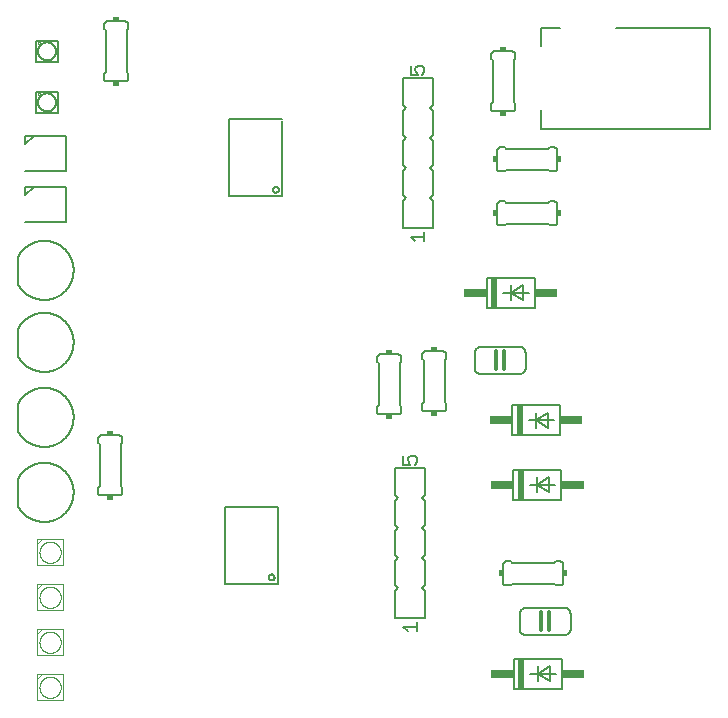
<source format=gto>
G75*
%MOIN*%
%OFA0B0*%
%FSLAX25Y25*%
%IPPOS*%
%LPD*%
%AMOC8*
5,1,8,0,0,1.08239X$1,22.5*
%
%ADD10C,0.00394*%
%ADD11C,0.00600*%
%ADD12R,0.02000X0.10000*%
%ADD13R,0.07500X0.03000*%
%ADD14C,0.00800*%
%ADD15C,0.00500*%
%ADD16C,0.00197*%
%ADD17R,0.02000X0.01500*%
%ADD18R,0.01500X0.02000*%
%ADD19C,0.01200*%
D10*
X0023169Y0011669D02*
X0023169Y0018756D01*
X0024744Y0020331D01*
X0031831Y0020331D01*
X0031831Y0011669D01*
X0023169Y0011669D01*
X0023957Y0016000D02*
X0023959Y0016118D01*
X0023965Y0016237D01*
X0023975Y0016355D01*
X0023989Y0016472D01*
X0024006Y0016589D01*
X0024028Y0016706D01*
X0024054Y0016821D01*
X0024083Y0016936D01*
X0024116Y0017050D01*
X0024153Y0017162D01*
X0024194Y0017273D01*
X0024238Y0017383D01*
X0024286Y0017491D01*
X0024338Y0017598D01*
X0024393Y0017703D01*
X0024452Y0017806D01*
X0024514Y0017906D01*
X0024579Y0018005D01*
X0024648Y0018102D01*
X0024719Y0018196D01*
X0024794Y0018287D01*
X0024872Y0018377D01*
X0024953Y0018463D01*
X0025037Y0018547D01*
X0025123Y0018628D01*
X0025213Y0018706D01*
X0025304Y0018781D01*
X0025398Y0018852D01*
X0025495Y0018921D01*
X0025594Y0018986D01*
X0025694Y0019048D01*
X0025797Y0019107D01*
X0025902Y0019162D01*
X0026009Y0019214D01*
X0026117Y0019262D01*
X0026227Y0019306D01*
X0026338Y0019347D01*
X0026450Y0019384D01*
X0026564Y0019417D01*
X0026679Y0019446D01*
X0026794Y0019472D01*
X0026911Y0019494D01*
X0027028Y0019511D01*
X0027145Y0019525D01*
X0027263Y0019535D01*
X0027382Y0019541D01*
X0027500Y0019543D01*
X0027618Y0019541D01*
X0027737Y0019535D01*
X0027855Y0019525D01*
X0027972Y0019511D01*
X0028089Y0019494D01*
X0028206Y0019472D01*
X0028321Y0019446D01*
X0028436Y0019417D01*
X0028550Y0019384D01*
X0028662Y0019347D01*
X0028773Y0019306D01*
X0028883Y0019262D01*
X0028991Y0019214D01*
X0029098Y0019162D01*
X0029203Y0019107D01*
X0029306Y0019048D01*
X0029406Y0018986D01*
X0029505Y0018921D01*
X0029602Y0018852D01*
X0029696Y0018781D01*
X0029787Y0018706D01*
X0029877Y0018628D01*
X0029963Y0018547D01*
X0030047Y0018463D01*
X0030128Y0018377D01*
X0030206Y0018287D01*
X0030281Y0018196D01*
X0030352Y0018102D01*
X0030421Y0018005D01*
X0030486Y0017906D01*
X0030548Y0017806D01*
X0030607Y0017703D01*
X0030662Y0017598D01*
X0030714Y0017491D01*
X0030762Y0017383D01*
X0030806Y0017273D01*
X0030847Y0017162D01*
X0030884Y0017050D01*
X0030917Y0016936D01*
X0030946Y0016821D01*
X0030972Y0016706D01*
X0030994Y0016589D01*
X0031011Y0016472D01*
X0031025Y0016355D01*
X0031035Y0016237D01*
X0031041Y0016118D01*
X0031043Y0016000D01*
X0031041Y0015882D01*
X0031035Y0015763D01*
X0031025Y0015645D01*
X0031011Y0015528D01*
X0030994Y0015411D01*
X0030972Y0015294D01*
X0030946Y0015179D01*
X0030917Y0015064D01*
X0030884Y0014950D01*
X0030847Y0014838D01*
X0030806Y0014727D01*
X0030762Y0014617D01*
X0030714Y0014509D01*
X0030662Y0014402D01*
X0030607Y0014297D01*
X0030548Y0014194D01*
X0030486Y0014094D01*
X0030421Y0013995D01*
X0030352Y0013898D01*
X0030281Y0013804D01*
X0030206Y0013713D01*
X0030128Y0013623D01*
X0030047Y0013537D01*
X0029963Y0013453D01*
X0029877Y0013372D01*
X0029787Y0013294D01*
X0029696Y0013219D01*
X0029602Y0013148D01*
X0029505Y0013079D01*
X0029406Y0013014D01*
X0029306Y0012952D01*
X0029203Y0012893D01*
X0029098Y0012838D01*
X0028991Y0012786D01*
X0028883Y0012738D01*
X0028773Y0012694D01*
X0028662Y0012653D01*
X0028550Y0012616D01*
X0028436Y0012583D01*
X0028321Y0012554D01*
X0028206Y0012528D01*
X0028089Y0012506D01*
X0027972Y0012489D01*
X0027855Y0012475D01*
X0027737Y0012465D01*
X0027618Y0012459D01*
X0027500Y0012457D01*
X0027382Y0012459D01*
X0027263Y0012465D01*
X0027145Y0012475D01*
X0027028Y0012489D01*
X0026911Y0012506D01*
X0026794Y0012528D01*
X0026679Y0012554D01*
X0026564Y0012583D01*
X0026450Y0012616D01*
X0026338Y0012653D01*
X0026227Y0012694D01*
X0026117Y0012738D01*
X0026009Y0012786D01*
X0025902Y0012838D01*
X0025797Y0012893D01*
X0025694Y0012952D01*
X0025594Y0013014D01*
X0025495Y0013079D01*
X0025398Y0013148D01*
X0025304Y0013219D01*
X0025213Y0013294D01*
X0025123Y0013372D01*
X0025037Y0013453D01*
X0024953Y0013537D01*
X0024872Y0013623D01*
X0024794Y0013713D01*
X0024719Y0013804D01*
X0024648Y0013898D01*
X0024579Y0013995D01*
X0024514Y0014094D01*
X0024452Y0014194D01*
X0024393Y0014297D01*
X0024338Y0014402D01*
X0024286Y0014509D01*
X0024238Y0014617D01*
X0024194Y0014727D01*
X0024153Y0014838D01*
X0024116Y0014950D01*
X0024083Y0015064D01*
X0024054Y0015179D01*
X0024028Y0015294D01*
X0024006Y0015411D01*
X0023989Y0015528D01*
X0023975Y0015645D01*
X0023965Y0015763D01*
X0023959Y0015882D01*
X0023957Y0016000D01*
X0023169Y0018756D02*
X0023169Y0020331D01*
X0024744Y0020331D01*
X0023169Y0026669D02*
X0023169Y0033756D01*
X0024744Y0035331D01*
X0031831Y0035331D01*
X0031831Y0026669D01*
X0023169Y0026669D01*
X0023957Y0031000D02*
X0023959Y0031118D01*
X0023965Y0031237D01*
X0023975Y0031355D01*
X0023989Y0031472D01*
X0024006Y0031589D01*
X0024028Y0031706D01*
X0024054Y0031821D01*
X0024083Y0031936D01*
X0024116Y0032050D01*
X0024153Y0032162D01*
X0024194Y0032273D01*
X0024238Y0032383D01*
X0024286Y0032491D01*
X0024338Y0032598D01*
X0024393Y0032703D01*
X0024452Y0032806D01*
X0024514Y0032906D01*
X0024579Y0033005D01*
X0024648Y0033102D01*
X0024719Y0033196D01*
X0024794Y0033287D01*
X0024872Y0033377D01*
X0024953Y0033463D01*
X0025037Y0033547D01*
X0025123Y0033628D01*
X0025213Y0033706D01*
X0025304Y0033781D01*
X0025398Y0033852D01*
X0025495Y0033921D01*
X0025594Y0033986D01*
X0025694Y0034048D01*
X0025797Y0034107D01*
X0025902Y0034162D01*
X0026009Y0034214D01*
X0026117Y0034262D01*
X0026227Y0034306D01*
X0026338Y0034347D01*
X0026450Y0034384D01*
X0026564Y0034417D01*
X0026679Y0034446D01*
X0026794Y0034472D01*
X0026911Y0034494D01*
X0027028Y0034511D01*
X0027145Y0034525D01*
X0027263Y0034535D01*
X0027382Y0034541D01*
X0027500Y0034543D01*
X0027618Y0034541D01*
X0027737Y0034535D01*
X0027855Y0034525D01*
X0027972Y0034511D01*
X0028089Y0034494D01*
X0028206Y0034472D01*
X0028321Y0034446D01*
X0028436Y0034417D01*
X0028550Y0034384D01*
X0028662Y0034347D01*
X0028773Y0034306D01*
X0028883Y0034262D01*
X0028991Y0034214D01*
X0029098Y0034162D01*
X0029203Y0034107D01*
X0029306Y0034048D01*
X0029406Y0033986D01*
X0029505Y0033921D01*
X0029602Y0033852D01*
X0029696Y0033781D01*
X0029787Y0033706D01*
X0029877Y0033628D01*
X0029963Y0033547D01*
X0030047Y0033463D01*
X0030128Y0033377D01*
X0030206Y0033287D01*
X0030281Y0033196D01*
X0030352Y0033102D01*
X0030421Y0033005D01*
X0030486Y0032906D01*
X0030548Y0032806D01*
X0030607Y0032703D01*
X0030662Y0032598D01*
X0030714Y0032491D01*
X0030762Y0032383D01*
X0030806Y0032273D01*
X0030847Y0032162D01*
X0030884Y0032050D01*
X0030917Y0031936D01*
X0030946Y0031821D01*
X0030972Y0031706D01*
X0030994Y0031589D01*
X0031011Y0031472D01*
X0031025Y0031355D01*
X0031035Y0031237D01*
X0031041Y0031118D01*
X0031043Y0031000D01*
X0031041Y0030882D01*
X0031035Y0030763D01*
X0031025Y0030645D01*
X0031011Y0030528D01*
X0030994Y0030411D01*
X0030972Y0030294D01*
X0030946Y0030179D01*
X0030917Y0030064D01*
X0030884Y0029950D01*
X0030847Y0029838D01*
X0030806Y0029727D01*
X0030762Y0029617D01*
X0030714Y0029509D01*
X0030662Y0029402D01*
X0030607Y0029297D01*
X0030548Y0029194D01*
X0030486Y0029094D01*
X0030421Y0028995D01*
X0030352Y0028898D01*
X0030281Y0028804D01*
X0030206Y0028713D01*
X0030128Y0028623D01*
X0030047Y0028537D01*
X0029963Y0028453D01*
X0029877Y0028372D01*
X0029787Y0028294D01*
X0029696Y0028219D01*
X0029602Y0028148D01*
X0029505Y0028079D01*
X0029406Y0028014D01*
X0029306Y0027952D01*
X0029203Y0027893D01*
X0029098Y0027838D01*
X0028991Y0027786D01*
X0028883Y0027738D01*
X0028773Y0027694D01*
X0028662Y0027653D01*
X0028550Y0027616D01*
X0028436Y0027583D01*
X0028321Y0027554D01*
X0028206Y0027528D01*
X0028089Y0027506D01*
X0027972Y0027489D01*
X0027855Y0027475D01*
X0027737Y0027465D01*
X0027618Y0027459D01*
X0027500Y0027457D01*
X0027382Y0027459D01*
X0027263Y0027465D01*
X0027145Y0027475D01*
X0027028Y0027489D01*
X0026911Y0027506D01*
X0026794Y0027528D01*
X0026679Y0027554D01*
X0026564Y0027583D01*
X0026450Y0027616D01*
X0026338Y0027653D01*
X0026227Y0027694D01*
X0026117Y0027738D01*
X0026009Y0027786D01*
X0025902Y0027838D01*
X0025797Y0027893D01*
X0025694Y0027952D01*
X0025594Y0028014D01*
X0025495Y0028079D01*
X0025398Y0028148D01*
X0025304Y0028219D01*
X0025213Y0028294D01*
X0025123Y0028372D01*
X0025037Y0028453D01*
X0024953Y0028537D01*
X0024872Y0028623D01*
X0024794Y0028713D01*
X0024719Y0028804D01*
X0024648Y0028898D01*
X0024579Y0028995D01*
X0024514Y0029094D01*
X0024452Y0029194D01*
X0024393Y0029297D01*
X0024338Y0029402D01*
X0024286Y0029509D01*
X0024238Y0029617D01*
X0024194Y0029727D01*
X0024153Y0029838D01*
X0024116Y0029950D01*
X0024083Y0030064D01*
X0024054Y0030179D01*
X0024028Y0030294D01*
X0024006Y0030411D01*
X0023989Y0030528D01*
X0023975Y0030645D01*
X0023965Y0030763D01*
X0023959Y0030882D01*
X0023957Y0031000D01*
X0023169Y0033756D02*
X0023169Y0035331D01*
X0024744Y0035331D01*
X0023169Y0041669D02*
X0023169Y0048756D01*
X0024744Y0050331D01*
X0031831Y0050331D01*
X0031831Y0041669D01*
X0023169Y0041669D01*
X0023957Y0046000D02*
X0023959Y0046118D01*
X0023965Y0046237D01*
X0023975Y0046355D01*
X0023989Y0046472D01*
X0024006Y0046589D01*
X0024028Y0046706D01*
X0024054Y0046821D01*
X0024083Y0046936D01*
X0024116Y0047050D01*
X0024153Y0047162D01*
X0024194Y0047273D01*
X0024238Y0047383D01*
X0024286Y0047491D01*
X0024338Y0047598D01*
X0024393Y0047703D01*
X0024452Y0047806D01*
X0024514Y0047906D01*
X0024579Y0048005D01*
X0024648Y0048102D01*
X0024719Y0048196D01*
X0024794Y0048287D01*
X0024872Y0048377D01*
X0024953Y0048463D01*
X0025037Y0048547D01*
X0025123Y0048628D01*
X0025213Y0048706D01*
X0025304Y0048781D01*
X0025398Y0048852D01*
X0025495Y0048921D01*
X0025594Y0048986D01*
X0025694Y0049048D01*
X0025797Y0049107D01*
X0025902Y0049162D01*
X0026009Y0049214D01*
X0026117Y0049262D01*
X0026227Y0049306D01*
X0026338Y0049347D01*
X0026450Y0049384D01*
X0026564Y0049417D01*
X0026679Y0049446D01*
X0026794Y0049472D01*
X0026911Y0049494D01*
X0027028Y0049511D01*
X0027145Y0049525D01*
X0027263Y0049535D01*
X0027382Y0049541D01*
X0027500Y0049543D01*
X0027618Y0049541D01*
X0027737Y0049535D01*
X0027855Y0049525D01*
X0027972Y0049511D01*
X0028089Y0049494D01*
X0028206Y0049472D01*
X0028321Y0049446D01*
X0028436Y0049417D01*
X0028550Y0049384D01*
X0028662Y0049347D01*
X0028773Y0049306D01*
X0028883Y0049262D01*
X0028991Y0049214D01*
X0029098Y0049162D01*
X0029203Y0049107D01*
X0029306Y0049048D01*
X0029406Y0048986D01*
X0029505Y0048921D01*
X0029602Y0048852D01*
X0029696Y0048781D01*
X0029787Y0048706D01*
X0029877Y0048628D01*
X0029963Y0048547D01*
X0030047Y0048463D01*
X0030128Y0048377D01*
X0030206Y0048287D01*
X0030281Y0048196D01*
X0030352Y0048102D01*
X0030421Y0048005D01*
X0030486Y0047906D01*
X0030548Y0047806D01*
X0030607Y0047703D01*
X0030662Y0047598D01*
X0030714Y0047491D01*
X0030762Y0047383D01*
X0030806Y0047273D01*
X0030847Y0047162D01*
X0030884Y0047050D01*
X0030917Y0046936D01*
X0030946Y0046821D01*
X0030972Y0046706D01*
X0030994Y0046589D01*
X0031011Y0046472D01*
X0031025Y0046355D01*
X0031035Y0046237D01*
X0031041Y0046118D01*
X0031043Y0046000D01*
X0031041Y0045882D01*
X0031035Y0045763D01*
X0031025Y0045645D01*
X0031011Y0045528D01*
X0030994Y0045411D01*
X0030972Y0045294D01*
X0030946Y0045179D01*
X0030917Y0045064D01*
X0030884Y0044950D01*
X0030847Y0044838D01*
X0030806Y0044727D01*
X0030762Y0044617D01*
X0030714Y0044509D01*
X0030662Y0044402D01*
X0030607Y0044297D01*
X0030548Y0044194D01*
X0030486Y0044094D01*
X0030421Y0043995D01*
X0030352Y0043898D01*
X0030281Y0043804D01*
X0030206Y0043713D01*
X0030128Y0043623D01*
X0030047Y0043537D01*
X0029963Y0043453D01*
X0029877Y0043372D01*
X0029787Y0043294D01*
X0029696Y0043219D01*
X0029602Y0043148D01*
X0029505Y0043079D01*
X0029406Y0043014D01*
X0029306Y0042952D01*
X0029203Y0042893D01*
X0029098Y0042838D01*
X0028991Y0042786D01*
X0028883Y0042738D01*
X0028773Y0042694D01*
X0028662Y0042653D01*
X0028550Y0042616D01*
X0028436Y0042583D01*
X0028321Y0042554D01*
X0028206Y0042528D01*
X0028089Y0042506D01*
X0027972Y0042489D01*
X0027855Y0042475D01*
X0027737Y0042465D01*
X0027618Y0042459D01*
X0027500Y0042457D01*
X0027382Y0042459D01*
X0027263Y0042465D01*
X0027145Y0042475D01*
X0027028Y0042489D01*
X0026911Y0042506D01*
X0026794Y0042528D01*
X0026679Y0042554D01*
X0026564Y0042583D01*
X0026450Y0042616D01*
X0026338Y0042653D01*
X0026227Y0042694D01*
X0026117Y0042738D01*
X0026009Y0042786D01*
X0025902Y0042838D01*
X0025797Y0042893D01*
X0025694Y0042952D01*
X0025594Y0043014D01*
X0025495Y0043079D01*
X0025398Y0043148D01*
X0025304Y0043219D01*
X0025213Y0043294D01*
X0025123Y0043372D01*
X0025037Y0043453D01*
X0024953Y0043537D01*
X0024872Y0043623D01*
X0024794Y0043713D01*
X0024719Y0043804D01*
X0024648Y0043898D01*
X0024579Y0043995D01*
X0024514Y0044094D01*
X0024452Y0044194D01*
X0024393Y0044297D01*
X0024338Y0044402D01*
X0024286Y0044509D01*
X0024238Y0044617D01*
X0024194Y0044727D01*
X0024153Y0044838D01*
X0024116Y0044950D01*
X0024083Y0045064D01*
X0024054Y0045179D01*
X0024028Y0045294D01*
X0024006Y0045411D01*
X0023989Y0045528D01*
X0023975Y0045645D01*
X0023965Y0045763D01*
X0023959Y0045882D01*
X0023957Y0046000D01*
X0023169Y0048756D02*
X0023169Y0050331D01*
X0024744Y0050331D01*
X0023169Y0056669D02*
X0023169Y0063756D01*
X0024744Y0065331D01*
X0031831Y0065331D01*
X0031831Y0056669D01*
X0023169Y0056669D01*
X0023957Y0061000D02*
X0023959Y0061118D01*
X0023965Y0061237D01*
X0023975Y0061355D01*
X0023989Y0061472D01*
X0024006Y0061589D01*
X0024028Y0061706D01*
X0024054Y0061821D01*
X0024083Y0061936D01*
X0024116Y0062050D01*
X0024153Y0062162D01*
X0024194Y0062273D01*
X0024238Y0062383D01*
X0024286Y0062491D01*
X0024338Y0062598D01*
X0024393Y0062703D01*
X0024452Y0062806D01*
X0024514Y0062906D01*
X0024579Y0063005D01*
X0024648Y0063102D01*
X0024719Y0063196D01*
X0024794Y0063287D01*
X0024872Y0063377D01*
X0024953Y0063463D01*
X0025037Y0063547D01*
X0025123Y0063628D01*
X0025213Y0063706D01*
X0025304Y0063781D01*
X0025398Y0063852D01*
X0025495Y0063921D01*
X0025594Y0063986D01*
X0025694Y0064048D01*
X0025797Y0064107D01*
X0025902Y0064162D01*
X0026009Y0064214D01*
X0026117Y0064262D01*
X0026227Y0064306D01*
X0026338Y0064347D01*
X0026450Y0064384D01*
X0026564Y0064417D01*
X0026679Y0064446D01*
X0026794Y0064472D01*
X0026911Y0064494D01*
X0027028Y0064511D01*
X0027145Y0064525D01*
X0027263Y0064535D01*
X0027382Y0064541D01*
X0027500Y0064543D01*
X0027618Y0064541D01*
X0027737Y0064535D01*
X0027855Y0064525D01*
X0027972Y0064511D01*
X0028089Y0064494D01*
X0028206Y0064472D01*
X0028321Y0064446D01*
X0028436Y0064417D01*
X0028550Y0064384D01*
X0028662Y0064347D01*
X0028773Y0064306D01*
X0028883Y0064262D01*
X0028991Y0064214D01*
X0029098Y0064162D01*
X0029203Y0064107D01*
X0029306Y0064048D01*
X0029406Y0063986D01*
X0029505Y0063921D01*
X0029602Y0063852D01*
X0029696Y0063781D01*
X0029787Y0063706D01*
X0029877Y0063628D01*
X0029963Y0063547D01*
X0030047Y0063463D01*
X0030128Y0063377D01*
X0030206Y0063287D01*
X0030281Y0063196D01*
X0030352Y0063102D01*
X0030421Y0063005D01*
X0030486Y0062906D01*
X0030548Y0062806D01*
X0030607Y0062703D01*
X0030662Y0062598D01*
X0030714Y0062491D01*
X0030762Y0062383D01*
X0030806Y0062273D01*
X0030847Y0062162D01*
X0030884Y0062050D01*
X0030917Y0061936D01*
X0030946Y0061821D01*
X0030972Y0061706D01*
X0030994Y0061589D01*
X0031011Y0061472D01*
X0031025Y0061355D01*
X0031035Y0061237D01*
X0031041Y0061118D01*
X0031043Y0061000D01*
X0031041Y0060882D01*
X0031035Y0060763D01*
X0031025Y0060645D01*
X0031011Y0060528D01*
X0030994Y0060411D01*
X0030972Y0060294D01*
X0030946Y0060179D01*
X0030917Y0060064D01*
X0030884Y0059950D01*
X0030847Y0059838D01*
X0030806Y0059727D01*
X0030762Y0059617D01*
X0030714Y0059509D01*
X0030662Y0059402D01*
X0030607Y0059297D01*
X0030548Y0059194D01*
X0030486Y0059094D01*
X0030421Y0058995D01*
X0030352Y0058898D01*
X0030281Y0058804D01*
X0030206Y0058713D01*
X0030128Y0058623D01*
X0030047Y0058537D01*
X0029963Y0058453D01*
X0029877Y0058372D01*
X0029787Y0058294D01*
X0029696Y0058219D01*
X0029602Y0058148D01*
X0029505Y0058079D01*
X0029406Y0058014D01*
X0029306Y0057952D01*
X0029203Y0057893D01*
X0029098Y0057838D01*
X0028991Y0057786D01*
X0028883Y0057738D01*
X0028773Y0057694D01*
X0028662Y0057653D01*
X0028550Y0057616D01*
X0028436Y0057583D01*
X0028321Y0057554D01*
X0028206Y0057528D01*
X0028089Y0057506D01*
X0027972Y0057489D01*
X0027855Y0057475D01*
X0027737Y0057465D01*
X0027618Y0057459D01*
X0027500Y0057457D01*
X0027382Y0057459D01*
X0027263Y0057465D01*
X0027145Y0057475D01*
X0027028Y0057489D01*
X0026911Y0057506D01*
X0026794Y0057528D01*
X0026679Y0057554D01*
X0026564Y0057583D01*
X0026450Y0057616D01*
X0026338Y0057653D01*
X0026227Y0057694D01*
X0026117Y0057738D01*
X0026009Y0057786D01*
X0025902Y0057838D01*
X0025797Y0057893D01*
X0025694Y0057952D01*
X0025594Y0058014D01*
X0025495Y0058079D01*
X0025398Y0058148D01*
X0025304Y0058219D01*
X0025213Y0058294D01*
X0025123Y0058372D01*
X0025037Y0058453D01*
X0024953Y0058537D01*
X0024872Y0058623D01*
X0024794Y0058713D01*
X0024719Y0058804D01*
X0024648Y0058898D01*
X0024579Y0058995D01*
X0024514Y0059094D01*
X0024452Y0059194D01*
X0024393Y0059297D01*
X0024338Y0059402D01*
X0024286Y0059509D01*
X0024238Y0059617D01*
X0024194Y0059727D01*
X0024153Y0059838D01*
X0024116Y0059950D01*
X0024083Y0060064D01*
X0024054Y0060179D01*
X0024028Y0060294D01*
X0024006Y0060411D01*
X0023989Y0060528D01*
X0023975Y0060645D01*
X0023965Y0060763D01*
X0023959Y0060882D01*
X0023957Y0061000D01*
X0023169Y0063756D02*
X0023169Y0065331D01*
X0024744Y0065331D01*
D11*
X0043500Y0081000D02*
X0043500Y0082500D01*
X0044000Y0083000D01*
X0044000Y0097000D01*
X0043500Y0097500D01*
X0043500Y0099000D01*
X0043502Y0099060D01*
X0043507Y0099121D01*
X0043516Y0099180D01*
X0043529Y0099239D01*
X0043545Y0099298D01*
X0043565Y0099355D01*
X0043588Y0099410D01*
X0043615Y0099465D01*
X0043644Y0099517D01*
X0043677Y0099568D01*
X0043713Y0099617D01*
X0043751Y0099663D01*
X0043793Y0099707D01*
X0043837Y0099749D01*
X0043883Y0099787D01*
X0043932Y0099823D01*
X0043983Y0099856D01*
X0044035Y0099885D01*
X0044090Y0099912D01*
X0044145Y0099935D01*
X0044202Y0099955D01*
X0044261Y0099971D01*
X0044320Y0099984D01*
X0044379Y0099993D01*
X0044440Y0099998D01*
X0044500Y0100000D01*
X0050500Y0100000D01*
X0050560Y0099998D01*
X0050621Y0099993D01*
X0050680Y0099984D01*
X0050739Y0099971D01*
X0050798Y0099955D01*
X0050855Y0099935D01*
X0050910Y0099912D01*
X0050965Y0099885D01*
X0051017Y0099856D01*
X0051068Y0099823D01*
X0051117Y0099787D01*
X0051163Y0099749D01*
X0051207Y0099707D01*
X0051249Y0099663D01*
X0051287Y0099617D01*
X0051323Y0099568D01*
X0051356Y0099517D01*
X0051385Y0099465D01*
X0051412Y0099410D01*
X0051435Y0099355D01*
X0051455Y0099298D01*
X0051471Y0099239D01*
X0051484Y0099180D01*
X0051493Y0099121D01*
X0051498Y0099060D01*
X0051500Y0099000D01*
X0051500Y0097500D01*
X0051000Y0097000D01*
X0051000Y0083000D01*
X0051500Y0082500D01*
X0051500Y0081000D01*
X0051498Y0080940D01*
X0051493Y0080879D01*
X0051484Y0080820D01*
X0051471Y0080761D01*
X0051455Y0080702D01*
X0051435Y0080645D01*
X0051412Y0080590D01*
X0051385Y0080535D01*
X0051356Y0080483D01*
X0051323Y0080432D01*
X0051287Y0080383D01*
X0051249Y0080337D01*
X0051207Y0080293D01*
X0051163Y0080251D01*
X0051117Y0080213D01*
X0051068Y0080177D01*
X0051017Y0080144D01*
X0050965Y0080115D01*
X0050910Y0080088D01*
X0050855Y0080065D01*
X0050798Y0080045D01*
X0050739Y0080029D01*
X0050680Y0080016D01*
X0050621Y0080007D01*
X0050560Y0080002D01*
X0050500Y0080000D01*
X0044500Y0080000D01*
X0044440Y0080002D01*
X0044379Y0080007D01*
X0044320Y0080016D01*
X0044261Y0080029D01*
X0044202Y0080045D01*
X0044145Y0080065D01*
X0044090Y0080088D01*
X0044035Y0080115D01*
X0043983Y0080144D01*
X0043932Y0080177D01*
X0043883Y0080213D01*
X0043837Y0080251D01*
X0043793Y0080293D01*
X0043751Y0080337D01*
X0043713Y0080383D01*
X0043677Y0080432D01*
X0043644Y0080483D01*
X0043615Y0080535D01*
X0043588Y0080590D01*
X0043565Y0080645D01*
X0043545Y0080702D01*
X0043529Y0080761D01*
X0043516Y0080820D01*
X0043507Y0080879D01*
X0043502Y0080940D01*
X0043500Y0081000D01*
X0136500Y0108000D02*
X0136500Y0109500D01*
X0137000Y0110000D01*
X0137000Y0124000D01*
X0136500Y0124500D01*
X0136500Y0126000D01*
X0136502Y0126060D01*
X0136507Y0126121D01*
X0136516Y0126180D01*
X0136529Y0126239D01*
X0136545Y0126298D01*
X0136565Y0126355D01*
X0136588Y0126410D01*
X0136615Y0126465D01*
X0136644Y0126517D01*
X0136677Y0126568D01*
X0136713Y0126617D01*
X0136751Y0126663D01*
X0136793Y0126707D01*
X0136837Y0126749D01*
X0136883Y0126787D01*
X0136932Y0126823D01*
X0136983Y0126856D01*
X0137035Y0126885D01*
X0137090Y0126912D01*
X0137145Y0126935D01*
X0137202Y0126955D01*
X0137261Y0126971D01*
X0137320Y0126984D01*
X0137379Y0126993D01*
X0137440Y0126998D01*
X0137500Y0127000D01*
X0143500Y0127000D01*
X0143560Y0126998D01*
X0143621Y0126993D01*
X0143680Y0126984D01*
X0143739Y0126971D01*
X0143798Y0126955D01*
X0143855Y0126935D01*
X0143910Y0126912D01*
X0143965Y0126885D01*
X0144017Y0126856D01*
X0144068Y0126823D01*
X0144117Y0126787D01*
X0144163Y0126749D01*
X0144207Y0126707D01*
X0144249Y0126663D01*
X0144287Y0126617D01*
X0144323Y0126568D01*
X0144356Y0126517D01*
X0144385Y0126465D01*
X0144412Y0126410D01*
X0144435Y0126355D01*
X0144455Y0126298D01*
X0144471Y0126239D01*
X0144484Y0126180D01*
X0144493Y0126121D01*
X0144498Y0126060D01*
X0144500Y0126000D01*
X0144500Y0124500D01*
X0144000Y0124000D01*
X0144000Y0110000D01*
X0144500Y0109500D01*
X0144500Y0108000D01*
X0144498Y0107940D01*
X0144493Y0107879D01*
X0144484Y0107820D01*
X0144471Y0107761D01*
X0144455Y0107702D01*
X0144435Y0107645D01*
X0144412Y0107590D01*
X0144385Y0107535D01*
X0144356Y0107483D01*
X0144323Y0107432D01*
X0144287Y0107383D01*
X0144249Y0107337D01*
X0144207Y0107293D01*
X0144163Y0107251D01*
X0144117Y0107213D01*
X0144068Y0107177D01*
X0144017Y0107144D01*
X0143965Y0107115D01*
X0143910Y0107088D01*
X0143855Y0107065D01*
X0143798Y0107045D01*
X0143739Y0107029D01*
X0143680Y0107016D01*
X0143621Y0107007D01*
X0143560Y0107002D01*
X0143500Y0107000D01*
X0137500Y0107000D01*
X0137440Y0107002D01*
X0137379Y0107007D01*
X0137320Y0107016D01*
X0137261Y0107029D01*
X0137202Y0107045D01*
X0137145Y0107065D01*
X0137090Y0107088D01*
X0137035Y0107115D01*
X0136983Y0107144D01*
X0136932Y0107177D01*
X0136883Y0107213D01*
X0136837Y0107251D01*
X0136793Y0107293D01*
X0136751Y0107337D01*
X0136713Y0107383D01*
X0136677Y0107432D01*
X0136644Y0107483D01*
X0136615Y0107535D01*
X0136588Y0107590D01*
X0136565Y0107645D01*
X0136545Y0107702D01*
X0136529Y0107761D01*
X0136516Y0107820D01*
X0136507Y0107879D01*
X0136502Y0107940D01*
X0136500Y0108000D01*
X0151500Y0109000D02*
X0151500Y0110500D01*
X0152000Y0111000D01*
X0152000Y0125000D01*
X0151500Y0125500D01*
X0151500Y0127000D01*
X0151502Y0127060D01*
X0151507Y0127121D01*
X0151516Y0127180D01*
X0151529Y0127239D01*
X0151545Y0127298D01*
X0151565Y0127355D01*
X0151588Y0127410D01*
X0151615Y0127465D01*
X0151644Y0127517D01*
X0151677Y0127568D01*
X0151713Y0127617D01*
X0151751Y0127663D01*
X0151793Y0127707D01*
X0151837Y0127749D01*
X0151883Y0127787D01*
X0151932Y0127823D01*
X0151983Y0127856D01*
X0152035Y0127885D01*
X0152090Y0127912D01*
X0152145Y0127935D01*
X0152202Y0127955D01*
X0152261Y0127971D01*
X0152320Y0127984D01*
X0152379Y0127993D01*
X0152440Y0127998D01*
X0152500Y0128000D01*
X0158500Y0128000D01*
X0158560Y0127998D01*
X0158621Y0127993D01*
X0158680Y0127984D01*
X0158739Y0127971D01*
X0158798Y0127955D01*
X0158855Y0127935D01*
X0158910Y0127912D01*
X0158965Y0127885D01*
X0159017Y0127856D01*
X0159068Y0127823D01*
X0159117Y0127787D01*
X0159163Y0127749D01*
X0159207Y0127707D01*
X0159249Y0127663D01*
X0159287Y0127617D01*
X0159323Y0127568D01*
X0159356Y0127517D01*
X0159385Y0127465D01*
X0159412Y0127410D01*
X0159435Y0127355D01*
X0159455Y0127298D01*
X0159471Y0127239D01*
X0159484Y0127180D01*
X0159493Y0127121D01*
X0159498Y0127060D01*
X0159500Y0127000D01*
X0159500Y0125500D01*
X0159000Y0125000D01*
X0159000Y0111000D01*
X0159500Y0110500D01*
X0159500Y0109000D01*
X0159498Y0108940D01*
X0159493Y0108879D01*
X0159484Y0108820D01*
X0159471Y0108761D01*
X0159455Y0108702D01*
X0159435Y0108645D01*
X0159412Y0108590D01*
X0159385Y0108535D01*
X0159356Y0108483D01*
X0159323Y0108432D01*
X0159287Y0108383D01*
X0159249Y0108337D01*
X0159207Y0108293D01*
X0159163Y0108251D01*
X0159117Y0108213D01*
X0159068Y0108177D01*
X0159017Y0108144D01*
X0158965Y0108115D01*
X0158910Y0108088D01*
X0158855Y0108065D01*
X0158798Y0108045D01*
X0158739Y0108029D01*
X0158680Y0108016D01*
X0158621Y0108007D01*
X0158560Y0108002D01*
X0158500Y0108000D01*
X0152500Y0108000D01*
X0152440Y0108002D01*
X0152379Y0108007D01*
X0152320Y0108016D01*
X0152261Y0108029D01*
X0152202Y0108045D01*
X0152145Y0108065D01*
X0152090Y0108088D01*
X0152035Y0108115D01*
X0151983Y0108144D01*
X0151932Y0108177D01*
X0151883Y0108213D01*
X0151837Y0108251D01*
X0151793Y0108293D01*
X0151751Y0108337D01*
X0151713Y0108383D01*
X0151677Y0108432D01*
X0151644Y0108483D01*
X0151615Y0108535D01*
X0151588Y0108590D01*
X0151565Y0108645D01*
X0151545Y0108702D01*
X0151529Y0108761D01*
X0151516Y0108820D01*
X0151507Y0108879D01*
X0151502Y0108940D01*
X0151500Y0109000D01*
X0169000Y0122500D02*
X0169000Y0127500D01*
X0169002Y0127587D01*
X0169008Y0127674D01*
X0169017Y0127761D01*
X0169030Y0127847D01*
X0169047Y0127933D01*
X0169068Y0128018D01*
X0169093Y0128101D01*
X0169121Y0128184D01*
X0169152Y0128265D01*
X0169187Y0128345D01*
X0169226Y0128423D01*
X0169268Y0128500D01*
X0169313Y0128575D01*
X0169362Y0128647D01*
X0169413Y0128718D01*
X0169468Y0128786D01*
X0169525Y0128851D01*
X0169586Y0128914D01*
X0169649Y0128975D01*
X0169714Y0129032D01*
X0169782Y0129087D01*
X0169853Y0129138D01*
X0169925Y0129187D01*
X0170000Y0129232D01*
X0170077Y0129274D01*
X0170155Y0129313D01*
X0170235Y0129348D01*
X0170316Y0129379D01*
X0170399Y0129407D01*
X0170482Y0129432D01*
X0170567Y0129453D01*
X0170653Y0129470D01*
X0170739Y0129483D01*
X0170826Y0129492D01*
X0170913Y0129498D01*
X0171000Y0129500D01*
X0184000Y0129500D01*
X0184087Y0129498D01*
X0184174Y0129492D01*
X0184261Y0129483D01*
X0184347Y0129470D01*
X0184433Y0129453D01*
X0184518Y0129432D01*
X0184601Y0129407D01*
X0184684Y0129379D01*
X0184765Y0129348D01*
X0184845Y0129313D01*
X0184923Y0129274D01*
X0185000Y0129232D01*
X0185075Y0129187D01*
X0185147Y0129138D01*
X0185218Y0129087D01*
X0185286Y0129032D01*
X0185351Y0128975D01*
X0185414Y0128914D01*
X0185475Y0128851D01*
X0185532Y0128786D01*
X0185587Y0128718D01*
X0185638Y0128647D01*
X0185687Y0128575D01*
X0185732Y0128500D01*
X0185774Y0128423D01*
X0185813Y0128345D01*
X0185848Y0128265D01*
X0185879Y0128184D01*
X0185907Y0128101D01*
X0185932Y0128018D01*
X0185953Y0127933D01*
X0185970Y0127847D01*
X0185983Y0127761D01*
X0185992Y0127674D01*
X0185998Y0127587D01*
X0186000Y0127500D01*
X0186000Y0122500D01*
X0185998Y0122413D01*
X0185992Y0122326D01*
X0185983Y0122239D01*
X0185970Y0122153D01*
X0185953Y0122067D01*
X0185932Y0121982D01*
X0185907Y0121899D01*
X0185879Y0121816D01*
X0185848Y0121735D01*
X0185813Y0121655D01*
X0185774Y0121577D01*
X0185732Y0121500D01*
X0185687Y0121425D01*
X0185638Y0121353D01*
X0185587Y0121282D01*
X0185532Y0121214D01*
X0185475Y0121149D01*
X0185414Y0121086D01*
X0185351Y0121025D01*
X0185286Y0120968D01*
X0185218Y0120913D01*
X0185147Y0120862D01*
X0185075Y0120813D01*
X0185000Y0120768D01*
X0184923Y0120726D01*
X0184845Y0120687D01*
X0184765Y0120652D01*
X0184684Y0120621D01*
X0184601Y0120593D01*
X0184518Y0120568D01*
X0184433Y0120547D01*
X0184347Y0120530D01*
X0184261Y0120517D01*
X0184174Y0120508D01*
X0184087Y0120502D01*
X0184000Y0120500D01*
X0171000Y0120500D01*
X0170913Y0120502D01*
X0170826Y0120508D01*
X0170739Y0120517D01*
X0170653Y0120530D01*
X0170567Y0120547D01*
X0170482Y0120568D01*
X0170399Y0120593D01*
X0170316Y0120621D01*
X0170235Y0120652D01*
X0170155Y0120687D01*
X0170077Y0120726D01*
X0170000Y0120768D01*
X0169925Y0120813D01*
X0169853Y0120862D01*
X0169782Y0120913D01*
X0169714Y0120968D01*
X0169649Y0121025D01*
X0169586Y0121086D01*
X0169525Y0121149D01*
X0169468Y0121214D01*
X0169413Y0121282D01*
X0169362Y0121353D01*
X0169313Y0121425D01*
X0169268Y0121500D01*
X0169226Y0121577D01*
X0169187Y0121655D01*
X0169152Y0121735D01*
X0169121Y0121816D01*
X0169093Y0121899D01*
X0169068Y0121982D01*
X0169047Y0122067D01*
X0169030Y0122153D01*
X0169017Y0122239D01*
X0169008Y0122326D01*
X0169002Y0122413D01*
X0169000Y0122500D01*
X0181500Y0110000D02*
X0181500Y0100000D01*
X0197500Y0100000D01*
X0197500Y0110000D01*
X0181500Y0110000D01*
X0187000Y0105000D02*
X0189500Y0105000D01*
X0189500Y0102500D01*
X0189500Y0105000D02*
X0189500Y0107500D01*
X0189500Y0105000D02*
X0193500Y0107500D01*
X0193500Y0102500D01*
X0189500Y0105000D01*
X0195500Y0105000D01*
X0197906Y0088508D02*
X0181906Y0088508D01*
X0181906Y0078508D01*
X0197906Y0078508D01*
X0197906Y0088508D01*
X0193906Y0086008D02*
X0189906Y0083508D01*
X0189906Y0081008D01*
X0189906Y0083508D02*
X0187406Y0083508D01*
X0189906Y0083508D02*
X0189906Y0086008D01*
X0189906Y0083508D02*
X0195906Y0083508D01*
X0193906Y0086008D02*
X0193906Y0081008D01*
X0189906Y0083508D01*
X0196000Y0058000D02*
X0195500Y0057500D01*
X0181500Y0057500D01*
X0181000Y0058000D01*
X0179500Y0058000D01*
X0179440Y0057998D01*
X0179379Y0057993D01*
X0179320Y0057984D01*
X0179261Y0057971D01*
X0179202Y0057955D01*
X0179145Y0057935D01*
X0179090Y0057912D01*
X0179035Y0057885D01*
X0178983Y0057856D01*
X0178932Y0057823D01*
X0178883Y0057787D01*
X0178837Y0057749D01*
X0178793Y0057707D01*
X0178751Y0057663D01*
X0178713Y0057617D01*
X0178677Y0057568D01*
X0178644Y0057517D01*
X0178615Y0057465D01*
X0178588Y0057410D01*
X0178565Y0057355D01*
X0178545Y0057298D01*
X0178529Y0057239D01*
X0178516Y0057180D01*
X0178507Y0057121D01*
X0178502Y0057060D01*
X0178500Y0057000D01*
X0178500Y0051000D01*
X0178502Y0050940D01*
X0178507Y0050879D01*
X0178516Y0050820D01*
X0178529Y0050761D01*
X0178545Y0050702D01*
X0178565Y0050645D01*
X0178588Y0050590D01*
X0178615Y0050535D01*
X0178644Y0050483D01*
X0178677Y0050432D01*
X0178713Y0050383D01*
X0178751Y0050337D01*
X0178793Y0050293D01*
X0178837Y0050251D01*
X0178883Y0050213D01*
X0178932Y0050177D01*
X0178983Y0050144D01*
X0179035Y0050115D01*
X0179090Y0050088D01*
X0179145Y0050065D01*
X0179202Y0050045D01*
X0179261Y0050029D01*
X0179320Y0050016D01*
X0179379Y0050007D01*
X0179440Y0050002D01*
X0179500Y0050000D01*
X0181000Y0050000D01*
X0181500Y0050500D01*
X0195500Y0050500D01*
X0196000Y0050000D01*
X0197500Y0050000D01*
X0197560Y0050002D01*
X0197621Y0050007D01*
X0197680Y0050016D01*
X0197739Y0050029D01*
X0197798Y0050045D01*
X0197855Y0050065D01*
X0197910Y0050088D01*
X0197965Y0050115D01*
X0198017Y0050144D01*
X0198068Y0050177D01*
X0198117Y0050213D01*
X0198163Y0050251D01*
X0198207Y0050293D01*
X0198249Y0050337D01*
X0198287Y0050383D01*
X0198323Y0050432D01*
X0198356Y0050483D01*
X0198385Y0050535D01*
X0198412Y0050590D01*
X0198435Y0050645D01*
X0198455Y0050702D01*
X0198471Y0050761D01*
X0198484Y0050820D01*
X0198493Y0050879D01*
X0198498Y0050940D01*
X0198500Y0051000D01*
X0198500Y0057000D01*
X0198498Y0057060D01*
X0198493Y0057121D01*
X0198484Y0057180D01*
X0198471Y0057239D01*
X0198455Y0057298D01*
X0198435Y0057355D01*
X0198412Y0057410D01*
X0198385Y0057465D01*
X0198356Y0057517D01*
X0198323Y0057568D01*
X0198287Y0057617D01*
X0198249Y0057663D01*
X0198207Y0057707D01*
X0198163Y0057749D01*
X0198117Y0057787D01*
X0198068Y0057823D01*
X0198017Y0057856D01*
X0197965Y0057885D01*
X0197910Y0057912D01*
X0197855Y0057935D01*
X0197798Y0057955D01*
X0197739Y0057971D01*
X0197680Y0057984D01*
X0197621Y0057993D01*
X0197560Y0057998D01*
X0197500Y0058000D01*
X0196000Y0058000D01*
X0199000Y0042500D02*
X0186000Y0042500D01*
X0185913Y0042498D01*
X0185826Y0042492D01*
X0185739Y0042483D01*
X0185653Y0042470D01*
X0185567Y0042453D01*
X0185482Y0042432D01*
X0185399Y0042407D01*
X0185316Y0042379D01*
X0185235Y0042348D01*
X0185155Y0042313D01*
X0185077Y0042274D01*
X0185000Y0042232D01*
X0184925Y0042187D01*
X0184853Y0042138D01*
X0184782Y0042087D01*
X0184714Y0042032D01*
X0184649Y0041975D01*
X0184586Y0041914D01*
X0184525Y0041851D01*
X0184468Y0041786D01*
X0184413Y0041718D01*
X0184362Y0041647D01*
X0184313Y0041575D01*
X0184268Y0041500D01*
X0184226Y0041423D01*
X0184187Y0041345D01*
X0184152Y0041265D01*
X0184121Y0041184D01*
X0184093Y0041101D01*
X0184068Y0041018D01*
X0184047Y0040933D01*
X0184030Y0040847D01*
X0184017Y0040761D01*
X0184008Y0040674D01*
X0184002Y0040587D01*
X0184000Y0040500D01*
X0184000Y0035500D01*
X0184002Y0035413D01*
X0184008Y0035326D01*
X0184017Y0035239D01*
X0184030Y0035153D01*
X0184047Y0035067D01*
X0184068Y0034982D01*
X0184093Y0034899D01*
X0184121Y0034816D01*
X0184152Y0034735D01*
X0184187Y0034655D01*
X0184226Y0034577D01*
X0184268Y0034500D01*
X0184313Y0034425D01*
X0184362Y0034353D01*
X0184413Y0034282D01*
X0184468Y0034214D01*
X0184525Y0034149D01*
X0184586Y0034086D01*
X0184649Y0034025D01*
X0184714Y0033968D01*
X0184782Y0033913D01*
X0184853Y0033862D01*
X0184925Y0033813D01*
X0185000Y0033768D01*
X0185077Y0033726D01*
X0185155Y0033687D01*
X0185235Y0033652D01*
X0185316Y0033621D01*
X0185399Y0033593D01*
X0185482Y0033568D01*
X0185567Y0033547D01*
X0185653Y0033530D01*
X0185739Y0033517D01*
X0185826Y0033508D01*
X0185913Y0033502D01*
X0186000Y0033500D01*
X0199000Y0033500D01*
X0199087Y0033502D01*
X0199174Y0033508D01*
X0199261Y0033517D01*
X0199347Y0033530D01*
X0199433Y0033547D01*
X0199518Y0033568D01*
X0199601Y0033593D01*
X0199684Y0033621D01*
X0199765Y0033652D01*
X0199845Y0033687D01*
X0199923Y0033726D01*
X0200000Y0033768D01*
X0200075Y0033813D01*
X0200147Y0033862D01*
X0200218Y0033913D01*
X0200286Y0033968D01*
X0200351Y0034025D01*
X0200414Y0034086D01*
X0200475Y0034149D01*
X0200532Y0034214D01*
X0200587Y0034282D01*
X0200638Y0034353D01*
X0200687Y0034425D01*
X0200732Y0034500D01*
X0200774Y0034577D01*
X0200813Y0034655D01*
X0200848Y0034735D01*
X0200879Y0034816D01*
X0200907Y0034899D01*
X0200932Y0034982D01*
X0200953Y0035067D01*
X0200970Y0035153D01*
X0200983Y0035239D01*
X0200992Y0035326D01*
X0200998Y0035413D01*
X0201000Y0035500D01*
X0201000Y0040500D01*
X0200998Y0040587D01*
X0200992Y0040674D01*
X0200983Y0040761D01*
X0200970Y0040847D01*
X0200953Y0040933D01*
X0200932Y0041018D01*
X0200907Y0041101D01*
X0200879Y0041184D01*
X0200848Y0041265D01*
X0200813Y0041345D01*
X0200774Y0041423D01*
X0200732Y0041500D01*
X0200687Y0041575D01*
X0200638Y0041647D01*
X0200587Y0041718D01*
X0200532Y0041786D01*
X0200475Y0041851D01*
X0200414Y0041914D01*
X0200351Y0041975D01*
X0200286Y0042032D01*
X0200218Y0042087D01*
X0200147Y0042138D01*
X0200075Y0042187D01*
X0200000Y0042232D01*
X0199923Y0042274D01*
X0199845Y0042313D01*
X0199765Y0042348D01*
X0199684Y0042379D01*
X0199601Y0042407D01*
X0199518Y0042432D01*
X0199433Y0042453D01*
X0199347Y0042470D01*
X0199261Y0042483D01*
X0199174Y0042492D01*
X0199087Y0042498D01*
X0199000Y0042500D01*
X0198000Y0025500D02*
X0182000Y0025500D01*
X0182000Y0015500D01*
X0198000Y0015500D01*
X0198000Y0025500D01*
X0194000Y0023000D02*
X0190000Y0020500D01*
X0190000Y0018000D01*
X0190000Y0020500D02*
X0187500Y0020500D01*
X0190000Y0020500D02*
X0190000Y0023000D01*
X0190000Y0020500D02*
X0196000Y0020500D01*
X0194000Y0018000D02*
X0190000Y0020500D01*
X0194000Y0023000D02*
X0194000Y0018000D01*
X0152500Y0039000D02*
X0152500Y0048000D01*
X0151500Y0049000D01*
X0152500Y0050000D01*
X0152500Y0058000D01*
X0151500Y0059000D01*
X0152500Y0060000D01*
X0152500Y0068000D01*
X0151500Y0069000D01*
X0152500Y0070000D01*
X0152500Y0078000D01*
X0151500Y0079000D01*
X0152500Y0080000D01*
X0152500Y0089000D01*
X0142500Y0089000D01*
X0142500Y0080000D01*
X0143500Y0079000D01*
X0142500Y0078000D01*
X0142500Y0070000D01*
X0143500Y0069000D01*
X0142500Y0068000D01*
X0142500Y0060000D01*
X0143500Y0059000D01*
X0142500Y0058000D01*
X0142500Y0050000D01*
X0143500Y0049000D01*
X0142500Y0048000D01*
X0142500Y0039000D01*
X0152500Y0039000D01*
X0173000Y0142500D02*
X0173000Y0152500D01*
X0189000Y0152500D01*
X0189000Y0142500D01*
X0173000Y0142500D01*
X0178500Y0147500D02*
X0181000Y0147500D01*
X0181000Y0145000D01*
X0181000Y0147500D02*
X0181000Y0150000D01*
X0181000Y0147500D02*
X0185000Y0150000D01*
X0185000Y0145000D01*
X0181000Y0147500D01*
X0187000Y0147500D01*
X0194000Y0170000D02*
X0193500Y0170500D01*
X0179500Y0170500D01*
X0179000Y0170000D01*
X0177500Y0170000D01*
X0177440Y0170002D01*
X0177379Y0170007D01*
X0177320Y0170016D01*
X0177261Y0170029D01*
X0177202Y0170045D01*
X0177145Y0170065D01*
X0177090Y0170088D01*
X0177035Y0170115D01*
X0176983Y0170144D01*
X0176932Y0170177D01*
X0176883Y0170213D01*
X0176837Y0170251D01*
X0176793Y0170293D01*
X0176751Y0170337D01*
X0176713Y0170383D01*
X0176677Y0170432D01*
X0176644Y0170483D01*
X0176615Y0170535D01*
X0176588Y0170590D01*
X0176565Y0170645D01*
X0176545Y0170702D01*
X0176529Y0170761D01*
X0176516Y0170820D01*
X0176507Y0170879D01*
X0176502Y0170940D01*
X0176500Y0171000D01*
X0176500Y0177000D01*
X0176502Y0177060D01*
X0176507Y0177121D01*
X0176516Y0177180D01*
X0176529Y0177239D01*
X0176545Y0177298D01*
X0176565Y0177355D01*
X0176588Y0177410D01*
X0176615Y0177465D01*
X0176644Y0177517D01*
X0176677Y0177568D01*
X0176713Y0177617D01*
X0176751Y0177663D01*
X0176793Y0177707D01*
X0176837Y0177749D01*
X0176883Y0177787D01*
X0176932Y0177823D01*
X0176983Y0177856D01*
X0177035Y0177885D01*
X0177090Y0177912D01*
X0177145Y0177935D01*
X0177202Y0177955D01*
X0177261Y0177971D01*
X0177320Y0177984D01*
X0177379Y0177993D01*
X0177440Y0177998D01*
X0177500Y0178000D01*
X0179000Y0178000D01*
X0179500Y0177500D01*
X0193500Y0177500D01*
X0194000Y0178000D01*
X0195500Y0178000D01*
X0195560Y0177998D01*
X0195621Y0177993D01*
X0195680Y0177984D01*
X0195739Y0177971D01*
X0195798Y0177955D01*
X0195855Y0177935D01*
X0195910Y0177912D01*
X0195965Y0177885D01*
X0196017Y0177856D01*
X0196068Y0177823D01*
X0196117Y0177787D01*
X0196163Y0177749D01*
X0196207Y0177707D01*
X0196249Y0177663D01*
X0196287Y0177617D01*
X0196323Y0177568D01*
X0196356Y0177517D01*
X0196385Y0177465D01*
X0196412Y0177410D01*
X0196435Y0177355D01*
X0196455Y0177298D01*
X0196471Y0177239D01*
X0196484Y0177180D01*
X0196493Y0177121D01*
X0196498Y0177060D01*
X0196500Y0177000D01*
X0196500Y0171000D01*
X0196498Y0170940D01*
X0196493Y0170879D01*
X0196484Y0170820D01*
X0196471Y0170761D01*
X0196455Y0170702D01*
X0196435Y0170645D01*
X0196412Y0170590D01*
X0196385Y0170535D01*
X0196356Y0170483D01*
X0196323Y0170432D01*
X0196287Y0170383D01*
X0196249Y0170337D01*
X0196207Y0170293D01*
X0196163Y0170251D01*
X0196117Y0170213D01*
X0196068Y0170177D01*
X0196017Y0170144D01*
X0195965Y0170115D01*
X0195910Y0170088D01*
X0195855Y0170065D01*
X0195798Y0170045D01*
X0195739Y0170029D01*
X0195680Y0170016D01*
X0195621Y0170007D01*
X0195560Y0170002D01*
X0195500Y0170000D01*
X0194000Y0170000D01*
X0194000Y0188000D02*
X0193500Y0188500D01*
X0179500Y0188500D01*
X0179000Y0188000D01*
X0177500Y0188000D01*
X0177440Y0188002D01*
X0177379Y0188007D01*
X0177320Y0188016D01*
X0177261Y0188029D01*
X0177202Y0188045D01*
X0177145Y0188065D01*
X0177090Y0188088D01*
X0177035Y0188115D01*
X0176983Y0188144D01*
X0176932Y0188177D01*
X0176883Y0188213D01*
X0176837Y0188251D01*
X0176793Y0188293D01*
X0176751Y0188337D01*
X0176713Y0188383D01*
X0176677Y0188432D01*
X0176644Y0188483D01*
X0176615Y0188535D01*
X0176588Y0188590D01*
X0176565Y0188645D01*
X0176545Y0188702D01*
X0176529Y0188761D01*
X0176516Y0188820D01*
X0176507Y0188879D01*
X0176502Y0188940D01*
X0176500Y0189000D01*
X0176500Y0195000D01*
X0176502Y0195060D01*
X0176507Y0195121D01*
X0176516Y0195180D01*
X0176529Y0195239D01*
X0176545Y0195298D01*
X0176565Y0195355D01*
X0176588Y0195410D01*
X0176615Y0195465D01*
X0176644Y0195517D01*
X0176677Y0195568D01*
X0176713Y0195617D01*
X0176751Y0195663D01*
X0176793Y0195707D01*
X0176837Y0195749D01*
X0176883Y0195787D01*
X0176932Y0195823D01*
X0176983Y0195856D01*
X0177035Y0195885D01*
X0177090Y0195912D01*
X0177145Y0195935D01*
X0177202Y0195955D01*
X0177261Y0195971D01*
X0177320Y0195984D01*
X0177379Y0195993D01*
X0177440Y0195998D01*
X0177500Y0196000D01*
X0179000Y0196000D01*
X0179500Y0195500D01*
X0193500Y0195500D01*
X0194000Y0196000D01*
X0195500Y0196000D01*
X0195560Y0195998D01*
X0195621Y0195993D01*
X0195680Y0195984D01*
X0195739Y0195971D01*
X0195798Y0195955D01*
X0195855Y0195935D01*
X0195910Y0195912D01*
X0195965Y0195885D01*
X0196017Y0195856D01*
X0196068Y0195823D01*
X0196117Y0195787D01*
X0196163Y0195749D01*
X0196207Y0195707D01*
X0196249Y0195663D01*
X0196287Y0195617D01*
X0196323Y0195568D01*
X0196356Y0195517D01*
X0196385Y0195465D01*
X0196412Y0195410D01*
X0196435Y0195355D01*
X0196455Y0195298D01*
X0196471Y0195239D01*
X0196484Y0195180D01*
X0196493Y0195121D01*
X0196498Y0195060D01*
X0196500Y0195000D01*
X0196500Y0189000D01*
X0196498Y0188940D01*
X0196493Y0188879D01*
X0196484Y0188820D01*
X0196471Y0188761D01*
X0196455Y0188702D01*
X0196435Y0188645D01*
X0196412Y0188590D01*
X0196385Y0188535D01*
X0196356Y0188483D01*
X0196323Y0188432D01*
X0196287Y0188383D01*
X0196249Y0188337D01*
X0196207Y0188293D01*
X0196163Y0188251D01*
X0196117Y0188213D01*
X0196068Y0188177D01*
X0196017Y0188144D01*
X0195965Y0188115D01*
X0195910Y0188088D01*
X0195855Y0188065D01*
X0195798Y0188045D01*
X0195739Y0188029D01*
X0195680Y0188016D01*
X0195621Y0188007D01*
X0195560Y0188002D01*
X0195500Y0188000D01*
X0194000Y0188000D01*
X0181500Y0208000D02*
X0175500Y0208000D01*
X0175440Y0208002D01*
X0175379Y0208007D01*
X0175320Y0208016D01*
X0175261Y0208029D01*
X0175202Y0208045D01*
X0175145Y0208065D01*
X0175090Y0208088D01*
X0175035Y0208115D01*
X0174983Y0208144D01*
X0174932Y0208177D01*
X0174883Y0208213D01*
X0174837Y0208251D01*
X0174793Y0208293D01*
X0174751Y0208337D01*
X0174713Y0208383D01*
X0174677Y0208432D01*
X0174644Y0208483D01*
X0174615Y0208535D01*
X0174588Y0208590D01*
X0174565Y0208645D01*
X0174545Y0208702D01*
X0174529Y0208761D01*
X0174516Y0208820D01*
X0174507Y0208879D01*
X0174502Y0208940D01*
X0174500Y0209000D01*
X0174500Y0210500D01*
X0175000Y0211000D01*
X0175000Y0225000D01*
X0174500Y0225500D01*
X0174500Y0227000D01*
X0174502Y0227060D01*
X0174507Y0227121D01*
X0174516Y0227180D01*
X0174529Y0227239D01*
X0174545Y0227298D01*
X0174565Y0227355D01*
X0174588Y0227410D01*
X0174615Y0227465D01*
X0174644Y0227517D01*
X0174677Y0227568D01*
X0174713Y0227617D01*
X0174751Y0227663D01*
X0174793Y0227707D01*
X0174837Y0227749D01*
X0174883Y0227787D01*
X0174932Y0227823D01*
X0174983Y0227856D01*
X0175035Y0227885D01*
X0175090Y0227912D01*
X0175145Y0227935D01*
X0175202Y0227955D01*
X0175261Y0227971D01*
X0175320Y0227984D01*
X0175379Y0227993D01*
X0175440Y0227998D01*
X0175500Y0228000D01*
X0181500Y0228000D01*
X0181560Y0227998D01*
X0181621Y0227993D01*
X0181680Y0227984D01*
X0181739Y0227971D01*
X0181798Y0227955D01*
X0181855Y0227935D01*
X0181910Y0227912D01*
X0181965Y0227885D01*
X0182017Y0227856D01*
X0182068Y0227823D01*
X0182117Y0227787D01*
X0182163Y0227749D01*
X0182207Y0227707D01*
X0182249Y0227663D01*
X0182287Y0227617D01*
X0182323Y0227568D01*
X0182356Y0227517D01*
X0182385Y0227465D01*
X0182412Y0227410D01*
X0182435Y0227355D01*
X0182455Y0227298D01*
X0182471Y0227239D01*
X0182484Y0227180D01*
X0182493Y0227121D01*
X0182498Y0227060D01*
X0182500Y0227000D01*
X0182500Y0225500D01*
X0182000Y0225000D01*
X0182000Y0211000D01*
X0182500Y0210500D01*
X0182500Y0209000D01*
X0182498Y0208940D01*
X0182493Y0208879D01*
X0182484Y0208820D01*
X0182471Y0208761D01*
X0182455Y0208702D01*
X0182435Y0208645D01*
X0182412Y0208590D01*
X0182385Y0208535D01*
X0182356Y0208483D01*
X0182323Y0208432D01*
X0182287Y0208383D01*
X0182249Y0208337D01*
X0182207Y0208293D01*
X0182163Y0208251D01*
X0182117Y0208213D01*
X0182068Y0208177D01*
X0182017Y0208144D01*
X0181965Y0208115D01*
X0181910Y0208088D01*
X0181855Y0208065D01*
X0181798Y0208045D01*
X0181739Y0208029D01*
X0181680Y0208016D01*
X0181621Y0208007D01*
X0181560Y0208002D01*
X0181500Y0208000D01*
X0155000Y0208000D02*
X0155000Y0200000D01*
X0154000Y0199000D01*
X0155000Y0198000D01*
X0155000Y0190000D01*
X0154000Y0189000D01*
X0155000Y0188000D01*
X0155000Y0180000D01*
X0154000Y0179000D01*
X0155000Y0178000D01*
X0155000Y0169000D01*
X0145000Y0169000D01*
X0145000Y0178000D01*
X0146000Y0179000D01*
X0145000Y0180000D01*
X0145000Y0188000D01*
X0146000Y0189000D01*
X0145000Y0190000D01*
X0145000Y0198000D01*
X0146000Y0199000D01*
X0145000Y0200000D01*
X0145000Y0208000D01*
X0146000Y0209000D01*
X0145000Y0210000D01*
X0145000Y0219000D01*
X0155000Y0219000D01*
X0155000Y0210000D01*
X0154000Y0209000D01*
X0155000Y0208000D01*
X0053500Y0219000D02*
X0053500Y0220500D01*
X0053000Y0221000D01*
X0053000Y0235000D01*
X0053500Y0235500D01*
X0053500Y0237000D01*
X0053498Y0237060D01*
X0053493Y0237121D01*
X0053484Y0237180D01*
X0053471Y0237239D01*
X0053455Y0237298D01*
X0053435Y0237355D01*
X0053412Y0237410D01*
X0053385Y0237465D01*
X0053356Y0237517D01*
X0053323Y0237568D01*
X0053287Y0237617D01*
X0053249Y0237663D01*
X0053207Y0237707D01*
X0053163Y0237749D01*
X0053117Y0237787D01*
X0053068Y0237823D01*
X0053017Y0237856D01*
X0052965Y0237885D01*
X0052910Y0237912D01*
X0052855Y0237935D01*
X0052798Y0237955D01*
X0052739Y0237971D01*
X0052680Y0237984D01*
X0052621Y0237993D01*
X0052560Y0237998D01*
X0052500Y0238000D01*
X0046500Y0238000D01*
X0046440Y0237998D01*
X0046379Y0237993D01*
X0046320Y0237984D01*
X0046261Y0237971D01*
X0046202Y0237955D01*
X0046145Y0237935D01*
X0046090Y0237912D01*
X0046035Y0237885D01*
X0045983Y0237856D01*
X0045932Y0237823D01*
X0045883Y0237787D01*
X0045837Y0237749D01*
X0045793Y0237707D01*
X0045751Y0237663D01*
X0045713Y0237617D01*
X0045677Y0237568D01*
X0045644Y0237517D01*
X0045615Y0237465D01*
X0045588Y0237410D01*
X0045565Y0237355D01*
X0045545Y0237298D01*
X0045529Y0237239D01*
X0045516Y0237180D01*
X0045507Y0237121D01*
X0045502Y0237060D01*
X0045500Y0237000D01*
X0045500Y0235500D01*
X0046000Y0235000D01*
X0046000Y0221000D01*
X0045500Y0220500D01*
X0045500Y0219000D01*
X0045502Y0218940D01*
X0045507Y0218879D01*
X0045516Y0218820D01*
X0045529Y0218761D01*
X0045545Y0218702D01*
X0045565Y0218645D01*
X0045588Y0218590D01*
X0045615Y0218535D01*
X0045644Y0218483D01*
X0045677Y0218432D01*
X0045713Y0218383D01*
X0045751Y0218337D01*
X0045793Y0218293D01*
X0045837Y0218251D01*
X0045883Y0218213D01*
X0045932Y0218177D01*
X0045983Y0218144D01*
X0046035Y0218115D01*
X0046090Y0218088D01*
X0046145Y0218065D01*
X0046202Y0218045D01*
X0046261Y0218029D01*
X0046320Y0218016D01*
X0046379Y0218007D01*
X0046440Y0218002D01*
X0046500Y0218000D01*
X0052500Y0218000D01*
X0052560Y0218002D01*
X0052621Y0218007D01*
X0052680Y0218016D01*
X0052739Y0218029D01*
X0052798Y0218045D01*
X0052855Y0218065D01*
X0052910Y0218088D01*
X0052965Y0218115D01*
X0053017Y0218144D01*
X0053068Y0218177D01*
X0053117Y0218213D01*
X0053163Y0218251D01*
X0053207Y0218293D01*
X0053249Y0218337D01*
X0053287Y0218383D01*
X0053323Y0218432D01*
X0053356Y0218483D01*
X0053385Y0218535D01*
X0053412Y0218590D01*
X0053435Y0218645D01*
X0053455Y0218702D01*
X0053471Y0218761D01*
X0053484Y0218820D01*
X0053493Y0218879D01*
X0053498Y0218940D01*
X0053500Y0219000D01*
D12*
X0175500Y0147500D03*
X0184000Y0105000D03*
X0184406Y0083508D03*
X0184500Y0020500D03*
D13*
X0178250Y0020500D03*
X0201750Y0020500D03*
X0201656Y0083508D03*
X0201250Y0105000D03*
X0177750Y0105000D03*
X0178156Y0083508D03*
X0169250Y0147500D03*
X0192750Y0147500D03*
D14*
X0191146Y0202071D02*
X0191146Y0208370D01*
X0191146Y0202071D02*
X0247445Y0202071D01*
X0247445Y0235929D01*
X0216146Y0235929D01*
X0197445Y0235929D02*
X0191146Y0235929D01*
X0191146Y0229630D01*
D15*
X0152250Y0222502D02*
X0152250Y0221001D01*
X0151499Y0220250D01*
X0149998Y0220250D02*
X0149247Y0221751D01*
X0149247Y0222502D01*
X0149998Y0223253D01*
X0151499Y0223253D01*
X0152250Y0222502D01*
X0149998Y0220250D02*
X0147746Y0220250D01*
X0147746Y0223253D01*
X0104705Y0205327D02*
X0087579Y0205327D01*
X0087382Y0205327D01*
X0087185Y0205327D01*
X0087185Y0179736D01*
X0104705Y0179736D01*
X0104705Y0204933D01*
X0101752Y0181902D02*
X0101754Y0181964D01*
X0101760Y0182027D01*
X0101770Y0182088D01*
X0101784Y0182149D01*
X0101801Y0182209D01*
X0101822Y0182268D01*
X0101848Y0182325D01*
X0101876Y0182380D01*
X0101908Y0182434D01*
X0101944Y0182485D01*
X0101982Y0182535D01*
X0102024Y0182581D01*
X0102068Y0182625D01*
X0102116Y0182666D01*
X0102165Y0182704D01*
X0102217Y0182738D01*
X0102271Y0182769D01*
X0102327Y0182797D01*
X0102385Y0182821D01*
X0102444Y0182842D01*
X0102504Y0182858D01*
X0102565Y0182871D01*
X0102627Y0182880D01*
X0102689Y0182885D01*
X0102752Y0182886D01*
X0102814Y0182883D01*
X0102876Y0182876D01*
X0102938Y0182865D01*
X0102998Y0182850D01*
X0103058Y0182832D01*
X0103116Y0182810D01*
X0103173Y0182784D01*
X0103228Y0182754D01*
X0103281Y0182721D01*
X0103332Y0182685D01*
X0103380Y0182646D01*
X0103426Y0182603D01*
X0103469Y0182558D01*
X0103509Y0182510D01*
X0103546Y0182460D01*
X0103580Y0182407D01*
X0103611Y0182353D01*
X0103637Y0182297D01*
X0103661Y0182239D01*
X0103680Y0182179D01*
X0103696Y0182119D01*
X0103708Y0182057D01*
X0103716Y0181996D01*
X0103720Y0181933D01*
X0103720Y0181871D01*
X0103716Y0181808D01*
X0103708Y0181747D01*
X0103696Y0181685D01*
X0103680Y0181625D01*
X0103661Y0181565D01*
X0103637Y0181507D01*
X0103611Y0181451D01*
X0103580Y0181397D01*
X0103546Y0181344D01*
X0103509Y0181294D01*
X0103469Y0181246D01*
X0103426Y0181201D01*
X0103380Y0181158D01*
X0103332Y0181119D01*
X0103281Y0181083D01*
X0103228Y0181050D01*
X0103173Y0181020D01*
X0103116Y0180994D01*
X0103058Y0180972D01*
X0102998Y0180954D01*
X0102938Y0180939D01*
X0102876Y0180928D01*
X0102814Y0180921D01*
X0102752Y0180918D01*
X0102689Y0180919D01*
X0102627Y0180924D01*
X0102565Y0180933D01*
X0102504Y0180946D01*
X0102444Y0180962D01*
X0102385Y0180983D01*
X0102327Y0181007D01*
X0102271Y0181035D01*
X0102217Y0181066D01*
X0102165Y0181100D01*
X0102116Y0181138D01*
X0102068Y0181179D01*
X0102024Y0181223D01*
X0101982Y0181269D01*
X0101944Y0181319D01*
X0101908Y0181370D01*
X0101876Y0181424D01*
X0101848Y0181479D01*
X0101822Y0181536D01*
X0101801Y0181595D01*
X0101784Y0181655D01*
X0101770Y0181716D01*
X0101760Y0181777D01*
X0101754Y0181840D01*
X0101752Y0181902D01*
X0147746Y0166251D02*
X0149247Y0164750D01*
X0147746Y0166251D02*
X0152250Y0166251D01*
X0152250Y0164750D02*
X0152250Y0167753D01*
X0148999Y0093253D02*
X0149750Y0092502D01*
X0149750Y0091001D01*
X0148999Y0090250D01*
X0147498Y0090250D02*
X0146747Y0091751D01*
X0146747Y0092502D01*
X0147498Y0093253D01*
X0148999Y0093253D01*
X0145246Y0093253D02*
X0145246Y0090250D01*
X0147498Y0090250D01*
X0103311Y0076094D02*
X0086185Y0076094D01*
X0085988Y0076094D01*
X0085791Y0076094D01*
X0085791Y0050504D01*
X0103311Y0050504D01*
X0103311Y0075701D01*
X0100359Y0052669D02*
X0100361Y0052731D01*
X0100367Y0052794D01*
X0100377Y0052855D01*
X0100391Y0052916D01*
X0100408Y0052976D01*
X0100429Y0053035D01*
X0100455Y0053092D01*
X0100483Y0053147D01*
X0100515Y0053201D01*
X0100551Y0053252D01*
X0100589Y0053302D01*
X0100631Y0053348D01*
X0100675Y0053392D01*
X0100723Y0053433D01*
X0100772Y0053471D01*
X0100824Y0053505D01*
X0100878Y0053536D01*
X0100934Y0053564D01*
X0100992Y0053588D01*
X0101051Y0053609D01*
X0101111Y0053625D01*
X0101172Y0053638D01*
X0101234Y0053647D01*
X0101296Y0053652D01*
X0101359Y0053653D01*
X0101421Y0053650D01*
X0101483Y0053643D01*
X0101545Y0053632D01*
X0101605Y0053617D01*
X0101665Y0053599D01*
X0101723Y0053577D01*
X0101780Y0053551D01*
X0101835Y0053521D01*
X0101888Y0053488D01*
X0101939Y0053452D01*
X0101987Y0053413D01*
X0102033Y0053370D01*
X0102076Y0053325D01*
X0102116Y0053277D01*
X0102153Y0053227D01*
X0102187Y0053174D01*
X0102218Y0053120D01*
X0102244Y0053064D01*
X0102268Y0053006D01*
X0102287Y0052946D01*
X0102303Y0052886D01*
X0102315Y0052824D01*
X0102323Y0052763D01*
X0102327Y0052700D01*
X0102327Y0052638D01*
X0102323Y0052575D01*
X0102315Y0052514D01*
X0102303Y0052452D01*
X0102287Y0052392D01*
X0102268Y0052332D01*
X0102244Y0052274D01*
X0102218Y0052218D01*
X0102187Y0052164D01*
X0102153Y0052111D01*
X0102116Y0052061D01*
X0102076Y0052013D01*
X0102033Y0051968D01*
X0101987Y0051925D01*
X0101939Y0051886D01*
X0101888Y0051850D01*
X0101835Y0051817D01*
X0101780Y0051787D01*
X0101723Y0051761D01*
X0101665Y0051739D01*
X0101605Y0051721D01*
X0101545Y0051706D01*
X0101483Y0051695D01*
X0101421Y0051688D01*
X0101359Y0051685D01*
X0101296Y0051686D01*
X0101234Y0051691D01*
X0101172Y0051700D01*
X0101111Y0051713D01*
X0101051Y0051729D01*
X0100992Y0051750D01*
X0100934Y0051774D01*
X0100878Y0051802D01*
X0100824Y0051833D01*
X0100772Y0051867D01*
X0100723Y0051905D01*
X0100675Y0051946D01*
X0100631Y0051990D01*
X0100589Y0052036D01*
X0100551Y0052086D01*
X0100515Y0052137D01*
X0100483Y0052191D01*
X0100455Y0052246D01*
X0100429Y0052303D01*
X0100408Y0052362D01*
X0100391Y0052422D01*
X0100377Y0052483D01*
X0100367Y0052544D01*
X0100361Y0052607D01*
X0100359Y0052669D01*
X0145246Y0036251D02*
X0146747Y0034750D01*
X0145246Y0036251D02*
X0149750Y0036251D01*
X0149750Y0034750D02*
X0149750Y0037753D01*
X0017626Y0086906D02*
X0017512Y0086717D01*
X0017403Y0086526D01*
X0017298Y0086332D01*
X0017197Y0086136D01*
X0017101Y0085938D01*
X0017009Y0085737D01*
X0016921Y0085535D01*
X0016839Y0085331D01*
X0016839Y0076276D01*
X0016838Y0076276D02*
X0016957Y0076071D01*
X0017081Y0075869D01*
X0017210Y0075671D01*
X0017344Y0075475D01*
X0017482Y0075283D01*
X0017625Y0075094D01*
X0017626Y0086906D02*
X0017773Y0087097D01*
X0017924Y0087284D01*
X0018080Y0087468D01*
X0018241Y0087648D01*
X0018406Y0087823D01*
X0018575Y0087995D01*
X0018749Y0088163D01*
X0018926Y0088326D01*
X0019107Y0088485D01*
X0019293Y0088639D01*
X0019481Y0088789D01*
X0019674Y0088934D01*
X0019870Y0089074D01*
X0020069Y0089209D01*
X0020272Y0089340D01*
X0020478Y0089465D01*
X0020687Y0089586D01*
X0020898Y0089701D01*
X0021113Y0089811D01*
X0021330Y0089916D01*
X0021550Y0090015D01*
X0021772Y0090110D01*
X0021996Y0090198D01*
X0022222Y0090281D01*
X0022450Y0090359D01*
X0022680Y0090431D01*
X0022912Y0090497D01*
X0023146Y0090557D01*
X0023380Y0090612D01*
X0023616Y0090661D01*
X0023853Y0090704D01*
X0024092Y0090742D01*
X0024331Y0090773D01*
X0024570Y0090799D01*
X0024811Y0090819D01*
X0025051Y0090833D01*
X0025292Y0090841D01*
X0025533Y0090843D01*
X0025774Y0090839D01*
X0026015Y0090830D01*
X0026256Y0090814D01*
X0026496Y0090793D01*
X0026735Y0090765D01*
X0026974Y0090732D01*
X0027212Y0090693D01*
X0027449Y0090648D01*
X0027684Y0090598D01*
X0027919Y0090541D01*
X0028152Y0090479D01*
X0028383Y0090411D01*
X0028613Y0090338D01*
X0028840Y0090259D01*
X0029066Y0090174D01*
X0029290Y0090084D01*
X0029511Y0089989D01*
X0029730Y0089888D01*
X0029946Y0089782D01*
X0030160Y0089670D01*
X0030371Y0089553D01*
X0030579Y0089431D01*
X0030784Y0089305D01*
X0030986Y0089173D01*
X0031184Y0089036D01*
X0031379Y0088894D01*
X0031571Y0088748D01*
X0031759Y0088597D01*
X0031943Y0088441D01*
X0032123Y0088281D01*
X0032300Y0088117D01*
X0032472Y0087948D01*
X0032640Y0087776D01*
X0032804Y0087599D01*
X0032963Y0087418D01*
X0033118Y0087233D01*
X0033268Y0087045D01*
X0033414Y0086853D01*
X0033555Y0086657D01*
X0033691Y0086458D01*
X0033822Y0086256D01*
X0033948Y0086051D01*
X0034070Y0085842D01*
X0034186Y0085631D01*
X0034296Y0085417D01*
X0034402Y0085200D01*
X0034502Y0084981D01*
X0034597Y0084759D01*
X0034686Y0084535D01*
X0034770Y0084309D01*
X0034848Y0084081D01*
X0034921Y0083851D01*
X0034988Y0083620D01*
X0035049Y0083387D01*
X0035105Y0083152D01*
X0035155Y0082916D01*
X0035199Y0082679D01*
X0035237Y0082441D01*
X0035269Y0082202D01*
X0035296Y0081963D01*
X0035316Y0081723D01*
X0035331Y0081482D01*
X0035340Y0081241D01*
X0035343Y0081000D01*
X0035340Y0080759D01*
X0035331Y0080518D01*
X0035316Y0080277D01*
X0035296Y0080037D01*
X0035269Y0079798D01*
X0035237Y0079559D01*
X0035199Y0079321D01*
X0035155Y0079084D01*
X0035105Y0078848D01*
X0035049Y0078613D01*
X0034988Y0078380D01*
X0034921Y0078149D01*
X0034848Y0077919D01*
X0034770Y0077691D01*
X0034686Y0077465D01*
X0034597Y0077241D01*
X0034502Y0077019D01*
X0034402Y0076800D01*
X0034296Y0076583D01*
X0034186Y0076369D01*
X0034070Y0076158D01*
X0033948Y0075949D01*
X0033822Y0075744D01*
X0033691Y0075542D01*
X0033555Y0075343D01*
X0033414Y0075147D01*
X0033268Y0074955D01*
X0033118Y0074767D01*
X0032963Y0074582D01*
X0032804Y0074401D01*
X0032640Y0074224D01*
X0032472Y0074052D01*
X0032300Y0073883D01*
X0032123Y0073719D01*
X0031943Y0073559D01*
X0031759Y0073403D01*
X0031571Y0073252D01*
X0031379Y0073106D01*
X0031184Y0072964D01*
X0030986Y0072827D01*
X0030784Y0072695D01*
X0030579Y0072569D01*
X0030371Y0072447D01*
X0030160Y0072330D01*
X0029946Y0072218D01*
X0029730Y0072112D01*
X0029511Y0072011D01*
X0029290Y0071916D01*
X0029066Y0071826D01*
X0028840Y0071741D01*
X0028613Y0071662D01*
X0028383Y0071589D01*
X0028152Y0071521D01*
X0027919Y0071459D01*
X0027684Y0071402D01*
X0027449Y0071352D01*
X0027212Y0071307D01*
X0026974Y0071268D01*
X0026735Y0071235D01*
X0026496Y0071207D01*
X0026256Y0071186D01*
X0026015Y0071170D01*
X0025774Y0071161D01*
X0025533Y0071157D01*
X0025292Y0071159D01*
X0025051Y0071167D01*
X0024811Y0071181D01*
X0024570Y0071201D01*
X0024331Y0071227D01*
X0024092Y0071258D01*
X0023853Y0071296D01*
X0023616Y0071339D01*
X0023380Y0071388D01*
X0023146Y0071443D01*
X0022912Y0071503D01*
X0022680Y0071569D01*
X0022450Y0071641D01*
X0022222Y0071719D01*
X0021996Y0071802D01*
X0021772Y0071890D01*
X0021550Y0071985D01*
X0021330Y0072084D01*
X0021113Y0072189D01*
X0020898Y0072299D01*
X0020687Y0072414D01*
X0020478Y0072535D01*
X0020272Y0072660D01*
X0020069Y0072791D01*
X0019870Y0072926D01*
X0019674Y0073066D01*
X0019481Y0073211D01*
X0019293Y0073361D01*
X0019107Y0073515D01*
X0018926Y0073674D01*
X0018749Y0073837D01*
X0018575Y0074005D01*
X0018406Y0074177D01*
X0018241Y0074352D01*
X0018080Y0074532D01*
X0017924Y0074716D01*
X0017773Y0074903D01*
X0017626Y0075094D01*
X0016839Y0101276D02*
X0016839Y0110331D01*
X0016838Y0101276D02*
X0016957Y0101071D01*
X0017081Y0100869D01*
X0017210Y0100671D01*
X0017344Y0100475D01*
X0017482Y0100283D01*
X0017625Y0100094D01*
X0017626Y0111906D02*
X0017773Y0112097D01*
X0017924Y0112284D01*
X0018080Y0112468D01*
X0018241Y0112648D01*
X0018406Y0112823D01*
X0018575Y0112995D01*
X0018749Y0113163D01*
X0018926Y0113326D01*
X0019107Y0113485D01*
X0019293Y0113639D01*
X0019481Y0113789D01*
X0019674Y0113934D01*
X0019870Y0114074D01*
X0020069Y0114209D01*
X0020272Y0114340D01*
X0020478Y0114465D01*
X0020687Y0114586D01*
X0020898Y0114701D01*
X0021113Y0114811D01*
X0021330Y0114916D01*
X0021550Y0115015D01*
X0021772Y0115110D01*
X0021996Y0115198D01*
X0022222Y0115281D01*
X0022450Y0115359D01*
X0022680Y0115431D01*
X0022912Y0115497D01*
X0023146Y0115557D01*
X0023380Y0115612D01*
X0023616Y0115661D01*
X0023853Y0115704D01*
X0024092Y0115742D01*
X0024331Y0115773D01*
X0024570Y0115799D01*
X0024811Y0115819D01*
X0025051Y0115833D01*
X0025292Y0115841D01*
X0025533Y0115843D01*
X0025774Y0115839D01*
X0026015Y0115830D01*
X0026256Y0115814D01*
X0026496Y0115793D01*
X0026735Y0115765D01*
X0026974Y0115732D01*
X0027212Y0115693D01*
X0027449Y0115648D01*
X0027684Y0115598D01*
X0027919Y0115541D01*
X0028152Y0115479D01*
X0028383Y0115411D01*
X0028613Y0115338D01*
X0028840Y0115259D01*
X0029066Y0115174D01*
X0029290Y0115084D01*
X0029511Y0114989D01*
X0029730Y0114888D01*
X0029946Y0114782D01*
X0030160Y0114670D01*
X0030371Y0114553D01*
X0030579Y0114431D01*
X0030784Y0114305D01*
X0030986Y0114173D01*
X0031184Y0114036D01*
X0031379Y0113894D01*
X0031571Y0113748D01*
X0031759Y0113597D01*
X0031943Y0113441D01*
X0032123Y0113281D01*
X0032300Y0113117D01*
X0032472Y0112948D01*
X0032640Y0112776D01*
X0032804Y0112599D01*
X0032963Y0112418D01*
X0033118Y0112233D01*
X0033268Y0112045D01*
X0033414Y0111853D01*
X0033555Y0111657D01*
X0033691Y0111458D01*
X0033822Y0111256D01*
X0033948Y0111051D01*
X0034070Y0110842D01*
X0034186Y0110631D01*
X0034296Y0110417D01*
X0034402Y0110200D01*
X0034502Y0109981D01*
X0034597Y0109759D01*
X0034686Y0109535D01*
X0034770Y0109309D01*
X0034848Y0109081D01*
X0034921Y0108851D01*
X0034988Y0108620D01*
X0035049Y0108387D01*
X0035105Y0108152D01*
X0035155Y0107916D01*
X0035199Y0107679D01*
X0035237Y0107441D01*
X0035269Y0107202D01*
X0035296Y0106963D01*
X0035316Y0106723D01*
X0035331Y0106482D01*
X0035340Y0106241D01*
X0035343Y0106000D01*
X0017626Y0111906D02*
X0017512Y0111717D01*
X0017403Y0111526D01*
X0017298Y0111332D01*
X0017197Y0111136D01*
X0017101Y0110938D01*
X0017009Y0110737D01*
X0016921Y0110535D01*
X0016839Y0110331D01*
X0017626Y0100094D02*
X0017773Y0099903D01*
X0017924Y0099716D01*
X0018080Y0099532D01*
X0018241Y0099352D01*
X0018406Y0099177D01*
X0018575Y0099005D01*
X0018749Y0098837D01*
X0018926Y0098674D01*
X0019107Y0098515D01*
X0019293Y0098361D01*
X0019481Y0098211D01*
X0019674Y0098066D01*
X0019870Y0097926D01*
X0020069Y0097791D01*
X0020272Y0097660D01*
X0020478Y0097535D01*
X0020687Y0097414D01*
X0020898Y0097299D01*
X0021113Y0097189D01*
X0021330Y0097084D01*
X0021550Y0096985D01*
X0021772Y0096890D01*
X0021996Y0096802D01*
X0022222Y0096719D01*
X0022450Y0096641D01*
X0022680Y0096569D01*
X0022912Y0096503D01*
X0023146Y0096443D01*
X0023380Y0096388D01*
X0023616Y0096339D01*
X0023853Y0096296D01*
X0024092Y0096258D01*
X0024331Y0096227D01*
X0024570Y0096201D01*
X0024811Y0096181D01*
X0025051Y0096167D01*
X0025292Y0096159D01*
X0025533Y0096157D01*
X0025774Y0096161D01*
X0026015Y0096170D01*
X0026256Y0096186D01*
X0026496Y0096207D01*
X0026735Y0096235D01*
X0026974Y0096268D01*
X0027212Y0096307D01*
X0027449Y0096352D01*
X0027684Y0096402D01*
X0027919Y0096459D01*
X0028152Y0096521D01*
X0028383Y0096589D01*
X0028613Y0096662D01*
X0028840Y0096741D01*
X0029066Y0096826D01*
X0029290Y0096916D01*
X0029511Y0097011D01*
X0029730Y0097112D01*
X0029946Y0097218D01*
X0030160Y0097330D01*
X0030371Y0097447D01*
X0030579Y0097569D01*
X0030784Y0097695D01*
X0030986Y0097827D01*
X0031184Y0097964D01*
X0031379Y0098106D01*
X0031571Y0098252D01*
X0031759Y0098403D01*
X0031943Y0098559D01*
X0032123Y0098719D01*
X0032300Y0098883D01*
X0032472Y0099052D01*
X0032640Y0099224D01*
X0032804Y0099401D01*
X0032963Y0099582D01*
X0033118Y0099767D01*
X0033268Y0099955D01*
X0033414Y0100147D01*
X0033555Y0100343D01*
X0033691Y0100542D01*
X0033822Y0100744D01*
X0033948Y0100949D01*
X0034070Y0101158D01*
X0034186Y0101369D01*
X0034296Y0101583D01*
X0034402Y0101800D01*
X0034502Y0102019D01*
X0034597Y0102241D01*
X0034686Y0102465D01*
X0034770Y0102691D01*
X0034848Y0102919D01*
X0034921Y0103149D01*
X0034988Y0103380D01*
X0035049Y0103613D01*
X0035105Y0103848D01*
X0035155Y0104084D01*
X0035199Y0104321D01*
X0035237Y0104559D01*
X0035269Y0104798D01*
X0035296Y0105037D01*
X0035316Y0105277D01*
X0035331Y0105518D01*
X0035340Y0105759D01*
X0035343Y0106000D01*
X0016839Y0126276D02*
X0016839Y0135331D01*
X0016838Y0126276D02*
X0016957Y0126071D01*
X0017081Y0125869D01*
X0017210Y0125671D01*
X0017344Y0125475D01*
X0017482Y0125283D01*
X0017625Y0125094D01*
X0017626Y0136906D02*
X0017773Y0137097D01*
X0017924Y0137284D01*
X0018080Y0137468D01*
X0018241Y0137648D01*
X0018406Y0137823D01*
X0018575Y0137995D01*
X0018749Y0138163D01*
X0018926Y0138326D01*
X0019107Y0138485D01*
X0019293Y0138639D01*
X0019481Y0138789D01*
X0019674Y0138934D01*
X0019870Y0139074D01*
X0020069Y0139209D01*
X0020272Y0139340D01*
X0020478Y0139465D01*
X0020687Y0139586D01*
X0020898Y0139701D01*
X0021113Y0139811D01*
X0021330Y0139916D01*
X0021550Y0140015D01*
X0021772Y0140110D01*
X0021996Y0140198D01*
X0022222Y0140281D01*
X0022450Y0140359D01*
X0022680Y0140431D01*
X0022912Y0140497D01*
X0023146Y0140557D01*
X0023380Y0140612D01*
X0023616Y0140661D01*
X0023853Y0140704D01*
X0024092Y0140742D01*
X0024331Y0140773D01*
X0024570Y0140799D01*
X0024811Y0140819D01*
X0025051Y0140833D01*
X0025292Y0140841D01*
X0025533Y0140843D01*
X0025774Y0140839D01*
X0026015Y0140830D01*
X0026256Y0140814D01*
X0026496Y0140793D01*
X0026735Y0140765D01*
X0026974Y0140732D01*
X0027212Y0140693D01*
X0027449Y0140648D01*
X0027684Y0140598D01*
X0027919Y0140541D01*
X0028152Y0140479D01*
X0028383Y0140411D01*
X0028613Y0140338D01*
X0028840Y0140259D01*
X0029066Y0140174D01*
X0029290Y0140084D01*
X0029511Y0139989D01*
X0029730Y0139888D01*
X0029946Y0139782D01*
X0030160Y0139670D01*
X0030371Y0139553D01*
X0030579Y0139431D01*
X0030784Y0139305D01*
X0030986Y0139173D01*
X0031184Y0139036D01*
X0031379Y0138894D01*
X0031571Y0138748D01*
X0031759Y0138597D01*
X0031943Y0138441D01*
X0032123Y0138281D01*
X0032300Y0138117D01*
X0032472Y0137948D01*
X0032640Y0137776D01*
X0032804Y0137599D01*
X0032963Y0137418D01*
X0033118Y0137233D01*
X0033268Y0137045D01*
X0033414Y0136853D01*
X0033555Y0136657D01*
X0033691Y0136458D01*
X0033822Y0136256D01*
X0033948Y0136051D01*
X0034070Y0135842D01*
X0034186Y0135631D01*
X0034296Y0135417D01*
X0034402Y0135200D01*
X0034502Y0134981D01*
X0034597Y0134759D01*
X0034686Y0134535D01*
X0034770Y0134309D01*
X0034848Y0134081D01*
X0034921Y0133851D01*
X0034988Y0133620D01*
X0035049Y0133387D01*
X0035105Y0133152D01*
X0035155Y0132916D01*
X0035199Y0132679D01*
X0035237Y0132441D01*
X0035269Y0132202D01*
X0035296Y0131963D01*
X0035316Y0131723D01*
X0035331Y0131482D01*
X0035340Y0131241D01*
X0035343Y0131000D01*
X0017626Y0136906D02*
X0017512Y0136717D01*
X0017403Y0136526D01*
X0017298Y0136332D01*
X0017197Y0136136D01*
X0017101Y0135938D01*
X0017009Y0135737D01*
X0016921Y0135535D01*
X0016839Y0135331D01*
X0017626Y0125094D02*
X0017773Y0124903D01*
X0017924Y0124716D01*
X0018080Y0124532D01*
X0018241Y0124352D01*
X0018406Y0124177D01*
X0018575Y0124005D01*
X0018749Y0123837D01*
X0018926Y0123674D01*
X0019107Y0123515D01*
X0019293Y0123361D01*
X0019481Y0123211D01*
X0019674Y0123066D01*
X0019870Y0122926D01*
X0020069Y0122791D01*
X0020272Y0122660D01*
X0020478Y0122535D01*
X0020687Y0122414D01*
X0020898Y0122299D01*
X0021113Y0122189D01*
X0021330Y0122084D01*
X0021550Y0121985D01*
X0021772Y0121890D01*
X0021996Y0121802D01*
X0022222Y0121719D01*
X0022450Y0121641D01*
X0022680Y0121569D01*
X0022912Y0121503D01*
X0023146Y0121443D01*
X0023380Y0121388D01*
X0023616Y0121339D01*
X0023853Y0121296D01*
X0024092Y0121258D01*
X0024331Y0121227D01*
X0024570Y0121201D01*
X0024811Y0121181D01*
X0025051Y0121167D01*
X0025292Y0121159D01*
X0025533Y0121157D01*
X0025774Y0121161D01*
X0026015Y0121170D01*
X0026256Y0121186D01*
X0026496Y0121207D01*
X0026735Y0121235D01*
X0026974Y0121268D01*
X0027212Y0121307D01*
X0027449Y0121352D01*
X0027684Y0121402D01*
X0027919Y0121459D01*
X0028152Y0121521D01*
X0028383Y0121589D01*
X0028613Y0121662D01*
X0028840Y0121741D01*
X0029066Y0121826D01*
X0029290Y0121916D01*
X0029511Y0122011D01*
X0029730Y0122112D01*
X0029946Y0122218D01*
X0030160Y0122330D01*
X0030371Y0122447D01*
X0030579Y0122569D01*
X0030784Y0122695D01*
X0030986Y0122827D01*
X0031184Y0122964D01*
X0031379Y0123106D01*
X0031571Y0123252D01*
X0031759Y0123403D01*
X0031943Y0123559D01*
X0032123Y0123719D01*
X0032300Y0123883D01*
X0032472Y0124052D01*
X0032640Y0124224D01*
X0032804Y0124401D01*
X0032963Y0124582D01*
X0033118Y0124767D01*
X0033268Y0124955D01*
X0033414Y0125147D01*
X0033555Y0125343D01*
X0033691Y0125542D01*
X0033822Y0125744D01*
X0033948Y0125949D01*
X0034070Y0126158D01*
X0034186Y0126369D01*
X0034296Y0126583D01*
X0034402Y0126800D01*
X0034502Y0127019D01*
X0034597Y0127241D01*
X0034686Y0127465D01*
X0034770Y0127691D01*
X0034848Y0127919D01*
X0034921Y0128149D01*
X0034988Y0128380D01*
X0035049Y0128613D01*
X0035105Y0128848D01*
X0035155Y0129084D01*
X0035199Y0129321D01*
X0035237Y0129559D01*
X0035269Y0129798D01*
X0035296Y0130037D01*
X0035316Y0130277D01*
X0035331Y0130518D01*
X0035340Y0130759D01*
X0035343Y0131000D01*
X0016839Y0150276D02*
X0016839Y0159331D01*
X0016838Y0150276D02*
X0016957Y0150071D01*
X0017081Y0149869D01*
X0017210Y0149671D01*
X0017344Y0149475D01*
X0017482Y0149283D01*
X0017625Y0149094D01*
X0017626Y0160906D02*
X0017773Y0161097D01*
X0017924Y0161284D01*
X0018080Y0161468D01*
X0018241Y0161648D01*
X0018406Y0161823D01*
X0018575Y0161995D01*
X0018749Y0162163D01*
X0018926Y0162326D01*
X0019107Y0162485D01*
X0019293Y0162639D01*
X0019481Y0162789D01*
X0019674Y0162934D01*
X0019870Y0163074D01*
X0020069Y0163209D01*
X0020272Y0163340D01*
X0020478Y0163465D01*
X0020687Y0163586D01*
X0020898Y0163701D01*
X0021113Y0163811D01*
X0021330Y0163916D01*
X0021550Y0164015D01*
X0021772Y0164110D01*
X0021996Y0164198D01*
X0022222Y0164281D01*
X0022450Y0164359D01*
X0022680Y0164431D01*
X0022912Y0164497D01*
X0023146Y0164557D01*
X0023380Y0164612D01*
X0023616Y0164661D01*
X0023853Y0164704D01*
X0024092Y0164742D01*
X0024331Y0164773D01*
X0024570Y0164799D01*
X0024811Y0164819D01*
X0025051Y0164833D01*
X0025292Y0164841D01*
X0025533Y0164843D01*
X0025774Y0164839D01*
X0026015Y0164830D01*
X0026256Y0164814D01*
X0026496Y0164793D01*
X0026735Y0164765D01*
X0026974Y0164732D01*
X0027212Y0164693D01*
X0027449Y0164648D01*
X0027684Y0164598D01*
X0027919Y0164541D01*
X0028152Y0164479D01*
X0028383Y0164411D01*
X0028613Y0164338D01*
X0028840Y0164259D01*
X0029066Y0164174D01*
X0029290Y0164084D01*
X0029511Y0163989D01*
X0029730Y0163888D01*
X0029946Y0163782D01*
X0030160Y0163670D01*
X0030371Y0163553D01*
X0030579Y0163431D01*
X0030784Y0163305D01*
X0030986Y0163173D01*
X0031184Y0163036D01*
X0031379Y0162894D01*
X0031571Y0162748D01*
X0031759Y0162597D01*
X0031943Y0162441D01*
X0032123Y0162281D01*
X0032300Y0162117D01*
X0032472Y0161948D01*
X0032640Y0161776D01*
X0032804Y0161599D01*
X0032963Y0161418D01*
X0033118Y0161233D01*
X0033268Y0161045D01*
X0033414Y0160853D01*
X0033555Y0160657D01*
X0033691Y0160458D01*
X0033822Y0160256D01*
X0033948Y0160051D01*
X0034070Y0159842D01*
X0034186Y0159631D01*
X0034296Y0159417D01*
X0034402Y0159200D01*
X0034502Y0158981D01*
X0034597Y0158759D01*
X0034686Y0158535D01*
X0034770Y0158309D01*
X0034848Y0158081D01*
X0034921Y0157851D01*
X0034988Y0157620D01*
X0035049Y0157387D01*
X0035105Y0157152D01*
X0035155Y0156916D01*
X0035199Y0156679D01*
X0035237Y0156441D01*
X0035269Y0156202D01*
X0035296Y0155963D01*
X0035316Y0155723D01*
X0035331Y0155482D01*
X0035340Y0155241D01*
X0035343Y0155000D01*
X0017626Y0160906D02*
X0017512Y0160717D01*
X0017403Y0160526D01*
X0017298Y0160332D01*
X0017197Y0160136D01*
X0017101Y0159938D01*
X0017009Y0159737D01*
X0016921Y0159535D01*
X0016839Y0159331D01*
X0017626Y0149094D02*
X0017773Y0148903D01*
X0017924Y0148716D01*
X0018080Y0148532D01*
X0018241Y0148352D01*
X0018406Y0148177D01*
X0018575Y0148005D01*
X0018749Y0147837D01*
X0018926Y0147674D01*
X0019107Y0147515D01*
X0019293Y0147361D01*
X0019481Y0147211D01*
X0019674Y0147066D01*
X0019870Y0146926D01*
X0020069Y0146791D01*
X0020272Y0146660D01*
X0020478Y0146535D01*
X0020687Y0146414D01*
X0020898Y0146299D01*
X0021113Y0146189D01*
X0021330Y0146084D01*
X0021550Y0145985D01*
X0021772Y0145890D01*
X0021996Y0145802D01*
X0022222Y0145719D01*
X0022450Y0145641D01*
X0022680Y0145569D01*
X0022912Y0145503D01*
X0023146Y0145443D01*
X0023380Y0145388D01*
X0023616Y0145339D01*
X0023853Y0145296D01*
X0024092Y0145258D01*
X0024331Y0145227D01*
X0024570Y0145201D01*
X0024811Y0145181D01*
X0025051Y0145167D01*
X0025292Y0145159D01*
X0025533Y0145157D01*
X0025774Y0145161D01*
X0026015Y0145170D01*
X0026256Y0145186D01*
X0026496Y0145207D01*
X0026735Y0145235D01*
X0026974Y0145268D01*
X0027212Y0145307D01*
X0027449Y0145352D01*
X0027684Y0145402D01*
X0027919Y0145459D01*
X0028152Y0145521D01*
X0028383Y0145589D01*
X0028613Y0145662D01*
X0028840Y0145741D01*
X0029066Y0145826D01*
X0029290Y0145916D01*
X0029511Y0146011D01*
X0029730Y0146112D01*
X0029946Y0146218D01*
X0030160Y0146330D01*
X0030371Y0146447D01*
X0030579Y0146569D01*
X0030784Y0146695D01*
X0030986Y0146827D01*
X0031184Y0146964D01*
X0031379Y0147106D01*
X0031571Y0147252D01*
X0031759Y0147403D01*
X0031943Y0147559D01*
X0032123Y0147719D01*
X0032300Y0147883D01*
X0032472Y0148052D01*
X0032640Y0148224D01*
X0032804Y0148401D01*
X0032963Y0148582D01*
X0033118Y0148767D01*
X0033268Y0148955D01*
X0033414Y0149147D01*
X0033555Y0149343D01*
X0033691Y0149542D01*
X0033822Y0149744D01*
X0033948Y0149949D01*
X0034070Y0150158D01*
X0034186Y0150369D01*
X0034296Y0150583D01*
X0034402Y0150800D01*
X0034502Y0151019D01*
X0034597Y0151241D01*
X0034686Y0151465D01*
X0034770Y0151691D01*
X0034848Y0151919D01*
X0034921Y0152149D01*
X0034988Y0152380D01*
X0035049Y0152613D01*
X0035105Y0152848D01*
X0035155Y0153084D01*
X0035199Y0153321D01*
X0035237Y0153559D01*
X0035269Y0153798D01*
X0035296Y0154037D01*
X0035316Y0154277D01*
X0035331Y0154518D01*
X0035340Y0154759D01*
X0035343Y0155000D01*
X0032890Y0171094D02*
X0019110Y0171094D01*
X0019110Y0179953D02*
X0022063Y0182906D01*
X0032890Y0182906D01*
X0032890Y0171094D01*
X0022063Y0182906D02*
X0019110Y0182906D01*
X0019110Y0179953D01*
X0019110Y0188094D02*
X0032890Y0188094D01*
X0032890Y0199906D01*
X0022063Y0199906D01*
X0019110Y0196953D01*
X0019110Y0199906D01*
X0022063Y0199906D01*
X0022957Y0207457D02*
X0022957Y0214543D01*
X0030043Y0214543D01*
X0030043Y0207457D01*
X0022957Y0207457D01*
X0023502Y0211000D02*
X0023504Y0211109D01*
X0023510Y0211218D01*
X0023520Y0211326D01*
X0023534Y0211434D01*
X0023551Y0211541D01*
X0023573Y0211648D01*
X0023598Y0211754D01*
X0023628Y0211859D01*
X0023661Y0211963D01*
X0023698Y0212065D01*
X0023738Y0212166D01*
X0023782Y0212266D01*
X0023830Y0212363D01*
X0023881Y0212460D01*
X0023936Y0212554D01*
X0023994Y0212646D01*
X0024056Y0212736D01*
X0024120Y0212823D01*
X0024188Y0212908D01*
X0024259Y0212991D01*
X0024333Y0213071D01*
X0024409Y0213149D01*
X0024489Y0213223D01*
X0024571Y0213295D01*
X0024655Y0213363D01*
X0024742Y0213429D01*
X0024832Y0213491D01*
X0024923Y0213550D01*
X0025017Y0213605D01*
X0025112Y0213658D01*
X0025210Y0213706D01*
X0025309Y0213751D01*
X0025410Y0213793D01*
X0025512Y0213830D01*
X0025615Y0213864D01*
X0025720Y0213895D01*
X0025825Y0213921D01*
X0025932Y0213944D01*
X0026039Y0213962D01*
X0026147Y0213977D01*
X0026255Y0213988D01*
X0026364Y0213995D01*
X0026473Y0213998D01*
X0026582Y0213997D01*
X0026690Y0213992D01*
X0026799Y0213983D01*
X0026907Y0213970D01*
X0027015Y0213953D01*
X0027122Y0213933D01*
X0027228Y0213908D01*
X0027333Y0213880D01*
X0027437Y0213848D01*
X0027540Y0213812D01*
X0027641Y0213772D01*
X0027741Y0213729D01*
X0027839Y0213682D01*
X0027936Y0213632D01*
X0028030Y0213578D01*
X0028123Y0213521D01*
X0028213Y0213460D01*
X0028302Y0213396D01*
X0028387Y0213329D01*
X0028471Y0213259D01*
X0028551Y0213186D01*
X0028630Y0213110D01*
X0028705Y0213032D01*
X0028777Y0212950D01*
X0028846Y0212866D01*
X0028913Y0212780D01*
X0028976Y0212691D01*
X0029035Y0212600D01*
X0029092Y0212507D01*
X0029145Y0212412D01*
X0029194Y0212315D01*
X0029240Y0212216D01*
X0029283Y0212116D01*
X0029321Y0212014D01*
X0029356Y0211911D01*
X0029387Y0211807D01*
X0029415Y0211701D01*
X0029438Y0211595D01*
X0029458Y0211488D01*
X0029474Y0211380D01*
X0029486Y0211272D01*
X0029494Y0211163D01*
X0029498Y0211054D01*
X0029498Y0210946D01*
X0029494Y0210837D01*
X0029486Y0210728D01*
X0029474Y0210620D01*
X0029458Y0210512D01*
X0029438Y0210405D01*
X0029415Y0210299D01*
X0029387Y0210193D01*
X0029356Y0210089D01*
X0029321Y0209986D01*
X0029283Y0209884D01*
X0029240Y0209784D01*
X0029194Y0209685D01*
X0029145Y0209588D01*
X0029092Y0209493D01*
X0029035Y0209400D01*
X0028976Y0209309D01*
X0028913Y0209220D01*
X0028846Y0209134D01*
X0028777Y0209050D01*
X0028705Y0208968D01*
X0028630Y0208890D01*
X0028551Y0208814D01*
X0028471Y0208741D01*
X0028387Y0208671D01*
X0028302Y0208604D01*
X0028213Y0208540D01*
X0028123Y0208479D01*
X0028030Y0208422D01*
X0027936Y0208368D01*
X0027839Y0208318D01*
X0027741Y0208271D01*
X0027641Y0208228D01*
X0027540Y0208188D01*
X0027437Y0208152D01*
X0027333Y0208120D01*
X0027228Y0208092D01*
X0027122Y0208067D01*
X0027015Y0208047D01*
X0026907Y0208030D01*
X0026799Y0208017D01*
X0026690Y0208008D01*
X0026582Y0208003D01*
X0026473Y0208002D01*
X0026364Y0208005D01*
X0026255Y0208012D01*
X0026147Y0208023D01*
X0026039Y0208038D01*
X0025932Y0208056D01*
X0025825Y0208079D01*
X0025720Y0208105D01*
X0025615Y0208136D01*
X0025512Y0208170D01*
X0025410Y0208207D01*
X0025309Y0208249D01*
X0025210Y0208294D01*
X0025112Y0208342D01*
X0025017Y0208395D01*
X0024923Y0208450D01*
X0024832Y0208509D01*
X0024742Y0208571D01*
X0024655Y0208637D01*
X0024571Y0208705D01*
X0024489Y0208777D01*
X0024409Y0208851D01*
X0024333Y0208929D01*
X0024259Y0209009D01*
X0024188Y0209092D01*
X0024120Y0209177D01*
X0024056Y0209264D01*
X0023994Y0209354D01*
X0023936Y0209446D01*
X0023881Y0209540D01*
X0023830Y0209637D01*
X0023782Y0209734D01*
X0023738Y0209834D01*
X0023698Y0209935D01*
X0023661Y0210037D01*
X0023628Y0210141D01*
X0023598Y0210246D01*
X0023573Y0210352D01*
X0023551Y0210459D01*
X0023534Y0210566D01*
X0023520Y0210674D01*
X0023510Y0210782D01*
X0023504Y0210891D01*
X0023502Y0211000D01*
X0022957Y0224457D02*
X0022957Y0231543D01*
X0030043Y0231543D01*
X0030043Y0224457D01*
X0022957Y0224457D01*
X0023502Y0228000D02*
X0023504Y0228109D01*
X0023510Y0228218D01*
X0023520Y0228326D01*
X0023534Y0228434D01*
X0023551Y0228541D01*
X0023573Y0228648D01*
X0023598Y0228754D01*
X0023628Y0228859D01*
X0023661Y0228963D01*
X0023698Y0229065D01*
X0023738Y0229166D01*
X0023782Y0229266D01*
X0023830Y0229363D01*
X0023881Y0229460D01*
X0023936Y0229554D01*
X0023994Y0229646D01*
X0024056Y0229736D01*
X0024120Y0229823D01*
X0024188Y0229908D01*
X0024259Y0229991D01*
X0024333Y0230071D01*
X0024409Y0230149D01*
X0024489Y0230223D01*
X0024571Y0230295D01*
X0024655Y0230363D01*
X0024742Y0230429D01*
X0024832Y0230491D01*
X0024923Y0230550D01*
X0025017Y0230605D01*
X0025112Y0230658D01*
X0025210Y0230706D01*
X0025309Y0230751D01*
X0025410Y0230793D01*
X0025512Y0230830D01*
X0025615Y0230864D01*
X0025720Y0230895D01*
X0025825Y0230921D01*
X0025932Y0230944D01*
X0026039Y0230962D01*
X0026147Y0230977D01*
X0026255Y0230988D01*
X0026364Y0230995D01*
X0026473Y0230998D01*
X0026582Y0230997D01*
X0026690Y0230992D01*
X0026799Y0230983D01*
X0026907Y0230970D01*
X0027015Y0230953D01*
X0027122Y0230933D01*
X0027228Y0230908D01*
X0027333Y0230880D01*
X0027437Y0230848D01*
X0027540Y0230812D01*
X0027641Y0230772D01*
X0027741Y0230729D01*
X0027839Y0230682D01*
X0027936Y0230632D01*
X0028030Y0230578D01*
X0028123Y0230521D01*
X0028213Y0230460D01*
X0028302Y0230396D01*
X0028387Y0230329D01*
X0028471Y0230259D01*
X0028551Y0230186D01*
X0028630Y0230110D01*
X0028705Y0230032D01*
X0028777Y0229950D01*
X0028846Y0229866D01*
X0028913Y0229780D01*
X0028976Y0229691D01*
X0029035Y0229600D01*
X0029092Y0229507D01*
X0029145Y0229412D01*
X0029194Y0229315D01*
X0029240Y0229216D01*
X0029283Y0229116D01*
X0029321Y0229014D01*
X0029356Y0228911D01*
X0029387Y0228807D01*
X0029415Y0228701D01*
X0029438Y0228595D01*
X0029458Y0228488D01*
X0029474Y0228380D01*
X0029486Y0228272D01*
X0029494Y0228163D01*
X0029498Y0228054D01*
X0029498Y0227946D01*
X0029494Y0227837D01*
X0029486Y0227728D01*
X0029474Y0227620D01*
X0029458Y0227512D01*
X0029438Y0227405D01*
X0029415Y0227299D01*
X0029387Y0227193D01*
X0029356Y0227089D01*
X0029321Y0226986D01*
X0029283Y0226884D01*
X0029240Y0226784D01*
X0029194Y0226685D01*
X0029145Y0226588D01*
X0029092Y0226493D01*
X0029035Y0226400D01*
X0028976Y0226309D01*
X0028913Y0226220D01*
X0028846Y0226134D01*
X0028777Y0226050D01*
X0028705Y0225968D01*
X0028630Y0225890D01*
X0028551Y0225814D01*
X0028471Y0225741D01*
X0028387Y0225671D01*
X0028302Y0225604D01*
X0028213Y0225540D01*
X0028123Y0225479D01*
X0028030Y0225422D01*
X0027936Y0225368D01*
X0027839Y0225318D01*
X0027741Y0225271D01*
X0027641Y0225228D01*
X0027540Y0225188D01*
X0027437Y0225152D01*
X0027333Y0225120D01*
X0027228Y0225092D01*
X0027122Y0225067D01*
X0027015Y0225047D01*
X0026907Y0225030D01*
X0026799Y0225017D01*
X0026690Y0225008D01*
X0026582Y0225003D01*
X0026473Y0225002D01*
X0026364Y0225005D01*
X0026255Y0225012D01*
X0026147Y0225023D01*
X0026039Y0225038D01*
X0025932Y0225056D01*
X0025825Y0225079D01*
X0025720Y0225105D01*
X0025615Y0225136D01*
X0025512Y0225170D01*
X0025410Y0225207D01*
X0025309Y0225249D01*
X0025210Y0225294D01*
X0025112Y0225342D01*
X0025017Y0225395D01*
X0024923Y0225450D01*
X0024832Y0225509D01*
X0024742Y0225571D01*
X0024655Y0225637D01*
X0024571Y0225705D01*
X0024489Y0225777D01*
X0024409Y0225851D01*
X0024333Y0225929D01*
X0024259Y0226009D01*
X0024188Y0226092D01*
X0024120Y0226177D01*
X0024056Y0226264D01*
X0023994Y0226354D01*
X0023936Y0226446D01*
X0023881Y0226540D01*
X0023830Y0226637D01*
X0023782Y0226734D01*
X0023738Y0226834D01*
X0023698Y0226935D01*
X0023661Y0227037D01*
X0023628Y0227141D01*
X0023598Y0227246D01*
X0023573Y0227352D01*
X0023551Y0227459D01*
X0023534Y0227566D01*
X0023520Y0227674D01*
X0023510Y0227782D01*
X0023504Y0227891D01*
X0023502Y0228000D01*
D16*
X0023350Y0230756D02*
X0023352Y0230795D01*
X0023358Y0230834D01*
X0023368Y0230872D01*
X0023381Y0230909D01*
X0023398Y0230944D01*
X0023418Y0230978D01*
X0023442Y0231009D01*
X0023469Y0231038D01*
X0023498Y0231064D01*
X0023530Y0231087D01*
X0023564Y0231107D01*
X0023600Y0231123D01*
X0023637Y0231135D01*
X0023676Y0231144D01*
X0023715Y0231149D01*
X0023754Y0231150D01*
X0023793Y0231147D01*
X0023832Y0231140D01*
X0023869Y0231129D01*
X0023906Y0231115D01*
X0023941Y0231097D01*
X0023974Y0231076D01*
X0024005Y0231051D01*
X0024033Y0231024D01*
X0024058Y0230994D01*
X0024080Y0230961D01*
X0024099Y0230927D01*
X0024114Y0230891D01*
X0024126Y0230853D01*
X0024134Y0230815D01*
X0024138Y0230776D01*
X0024138Y0230736D01*
X0024134Y0230697D01*
X0024126Y0230659D01*
X0024114Y0230621D01*
X0024099Y0230585D01*
X0024080Y0230551D01*
X0024058Y0230518D01*
X0024033Y0230488D01*
X0024005Y0230461D01*
X0023974Y0230436D01*
X0023941Y0230415D01*
X0023906Y0230397D01*
X0023869Y0230383D01*
X0023832Y0230372D01*
X0023793Y0230365D01*
X0023754Y0230362D01*
X0023715Y0230363D01*
X0023676Y0230368D01*
X0023637Y0230377D01*
X0023600Y0230389D01*
X0023564Y0230405D01*
X0023530Y0230425D01*
X0023498Y0230448D01*
X0023469Y0230474D01*
X0023442Y0230503D01*
X0023418Y0230534D01*
X0023398Y0230568D01*
X0023381Y0230603D01*
X0023368Y0230640D01*
X0023358Y0230678D01*
X0023352Y0230717D01*
X0023350Y0230756D01*
X0023350Y0213756D02*
X0023352Y0213795D01*
X0023358Y0213834D01*
X0023368Y0213872D01*
X0023381Y0213909D01*
X0023398Y0213944D01*
X0023418Y0213978D01*
X0023442Y0214009D01*
X0023469Y0214038D01*
X0023498Y0214064D01*
X0023530Y0214087D01*
X0023564Y0214107D01*
X0023600Y0214123D01*
X0023637Y0214135D01*
X0023676Y0214144D01*
X0023715Y0214149D01*
X0023754Y0214150D01*
X0023793Y0214147D01*
X0023832Y0214140D01*
X0023869Y0214129D01*
X0023906Y0214115D01*
X0023941Y0214097D01*
X0023974Y0214076D01*
X0024005Y0214051D01*
X0024033Y0214024D01*
X0024058Y0213994D01*
X0024080Y0213961D01*
X0024099Y0213927D01*
X0024114Y0213891D01*
X0024126Y0213853D01*
X0024134Y0213815D01*
X0024138Y0213776D01*
X0024138Y0213736D01*
X0024134Y0213697D01*
X0024126Y0213659D01*
X0024114Y0213621D01*
X0024099Y0213585D01*
X0024080Y0213551D01*
X0024058Y0213518D01*
X0024033Y0213488D01*
X0024005Y0213461D01*
X0023974Y0213436D01*
X0023941Y0213415D01*
X0023906Y0213397D01*
X0023869Y0213383D01*
X0023832Y0213372D01*
X0023793Y0213365D01*
X0023754Y0213362D01*
X0023715Y0213363D01*
X0023676Y0213368D01*
X0023637Y0213377D01*
X0023600Y0213389D01*
X0023564Y0213405D01*
X0023530Y0213425D01*
X0023498Y0213448D01*
X0023469Y0213474D01*
X0023442Y0213503D01*
X0023418Y0213534D01*
X0023398Y0213568D01*
X0023381Y0213603D01*
X0023368Y0213640D01*
X0023358Y0213678D01*
X0023352Y0213717D01*
X0023350Y0213756D01*
D17*
X0049500Y0217250D03*
X0049500Y0238750D03*
X0155500Y0128750D03*
X0140500Y0127750D03*
X0140500Y0106250D03*
X0155500Y0107250D03*
X0178500Y0207250D03*
X0178500Y0228750D03*
X0047500Y0100750D03*
X0047500Y0079250D03*
D18*
X0175750Y0174000D03*
X0175750Y0192000D03*
X0197250Y0192000D03*
X0197250Y0174000D03*
X0199250Y0054000D03*
X0177750Y0054000D03*
D19*
X0191300Y0041000D02*
X0191300Y0035000D01*
X0193800Y0035000D02*
X0193800Y0041000D01*
X0178800Y0122000D02*
X0178800Y0128000D01*
X0176300Y0128000D02*
X0176300Y0122000D01*
M02*

</source>
